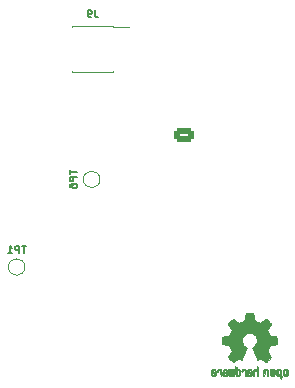
<source format=gbr>
%TF.GenerationSoftware,KiCad,Pcbnew,8.0.6*%
%TF.CreationDate,2024-11-05T15:00:17+00:00*%
%TF.ProjectId,racer,72616365-722e-46b6-9963-61645f706362,rev?*%
%TF.SameCoordinates,Original*%
%TF.FileFunction,Legend,Bot*%
%TF.FilePolarity,Positive*%
%FSLAX46Y46*%
G04 Gerber Fmt 4.6, Leading zero omitted, Abs format (unit mm)*
G04 Created by KiCad (PCBNEW 8.0.6) date 2024-11-05 15:00:17*
%MOMM*%
%LPD*%
G01*
G04 APERTURE LIST*
G04 Aperture macros list*
%AMRoundRect*
0 Rectangle with rounded corners*
0 $1 Rounding radius*
0 $2 $3 $4 $5 $6 $7 $8 $9 X,Y pos of 4 corners*
0 Add a 4 corners polygon primitive as box body*
4,1,4,$2,$3,$4,$5,$6,$7,$8,$9,$2,$3,0*
0 Add four circle primitives for the rounded corners*
1,1,$1+$1,$2,$3*
1,1,$1+$1,$4,$5*
1,1,$1+$1,$6,$7*
1,1,$1+$1,$8,$9*
0 Add four rect primitives between the rounded corners*
20,1,$1+$1,$2,$3,$4,$5,0*
20,1,$1+$1,$4,$5,$6,$7,0*
20,1,$1+$1,$6,$7,$8,$9,0*
20,1,$1+$1,$8,$9,$2,$3,0*%
G04 Aperture macros list end*
%ADD10C,0.150000*%
%ADD11C,0.010000*%
%ADD12C,0.120000*%
%ADD13C,0.101600*%
%ADD14C,2.700000*%
%ADD15RoundRect,0.250000X0.625000X-0.350000X0.625000X0.350000X-0.625000X0.350000X-0.625000X-0.350000X0*%
%ADD16O,1.750000X1.200000*%
%ADD17O,1.204000X1.904000*%
%ADD18R,1.700000X1.700000*%
%ADD19O,1.700000X1.700000*%
%ADD20C,1.000000*%
%ADD21R,2.400000X0.740000*%
G04 APERTURE END LIST*
D10*
X16033963Y30239910D02*
X16033963Y29877053D01*
X16668963Y30058482D02*
X16033963Y30058482D01*
X16668963Y29665386D02*
X16033963Y29665386D01*
X16033963Y29665386D02*
X16033963Y29423481D01*
X16033963Y29423481D02*
X16064201Y29363005D01*
X16064201Y29363005D02*
X16094439Y29332767D01*
X16094439Y29332767D02*
X16154915Y29302529D01*
X16154915Y29302529D02*
X16245629Y29302529D01*
X16245629Y29302529D02*
X16306105Y29332767D01*
X16306105Y29332767D02*
X16336344Y29363005D01*
X16336344Y29363005D02*
X16366582Y29423481D01*
X16366582Y29423481D02*
X16366582Y29665386D01*
X16033963Y28758243D02*
X16033963Y28879196D01*
X16033963Y28879196D02*
X16064201Y28939672D01*
X16064201Y28939672D02*
X16094439Y28969910D01*
X16094439Y28969910D02*
X16185153Y29030386D01*
X16185153Y29030386D02*
X16306105Y29060624D01*
X16306105Y29060624D02*
X16548010Y29060624D01*
X16548010Y29060624D02*
X16608486Y29030386D01*
X16608486Y29030386D02*
X16638725Y29000148D01*
X16638725Y29000148D02*
X16668963Y28939672D01*
X16668963Y28939672D02*
X16668963Y28818719D01*
X16668963Y28818719D02*
X16638725Y28758243D01*
X16638725Y28758243D02*
X16608486Y28728005D01*
X16608486Y28728005D02*
X16548010Y28697767D01*
X16548010Y28697767D02*
X16396820Y28697767D01*
X16396820Y28697767D02*
X16336344Y28728005D01*
X16336344Y28728005D02*
X16306105Y28758243D01*
X16306105Y28758243D02*
X16275867Y28818719D01*
X16275867Y28818719D02*
X16275867Y28939672D01*
X16275867Y28939672D02*
X16306105Y29000148D01*
X16306105Y29000148D02*
X16336344Y29030386D01*
X16336344Y29030386D02*
X16396820Y29060624D01*
X18189066Y43801637D02*
X18189066Y43348066D01*
X18189066Y43348066D02*
X18219305Y43257352D01*
X18219305Y43257352D02*
X18279781Y43196875D01*
X18279781Y43196875D02*
X18370495Y43166637D01*
X18370495Y43166637D02*
X18430971Y43166637D01*
X17856447Y43166637D02*
X17735495Y43166637D01*
X17735495Y43166637D02*
X17675018Y43196875D01*
X17675018Y43196875D02*
X17644780Y43227114D01*
X17644780Y43227114D02*
X17584304Y43317828D01*
X17584304Y43317828D02*
X17554066Y43438780D01*
X17554066Y43438780D02*
X17554066Y43680685D01*
X17554066Y43680685D02*
X17584304Y43741161D01*
X17584304Y43741161D02*
X17614542Y43771399D01*
X17614542Y43771399D02*
X17675018Y43801637D01*
X17675018Y43801637D02*
X17795971Y43801637D01*
X17795971Y43801637D02*
X17856447Y43771399D01*
X17856447Y43771399D02*
X17886685Y43741161D01*
X17886685Y43741161D02*
X17916923Y43680685D01*
X17916923Y43680685D02*
X17916923Y43529495D01*
X17916923Y43529495D02*
X17886685Y43469018D01*
X17886685Y43469018D02*
X17856447Y43438780D01*
X17856447Y43438780D02*
X17795971Y43408542D01*
X17795971Y43408542D02*
X17675018Y43408542D01*
X17675018Y43408542D02*
X17614542Y43438780D01*
X17614542Y43438780D02*
X17584304Y43469018D01*
X17584304Y43469018D02*
X17554066Y43529495D01*
X12358309Y23818837D02*
X11995452Y23818837D01*
X12176881Y23183837D02*
X12176881Y23818837D01*
X11783785Y23183837D02*
X11783785Y23818837D01*
X11783785Y23818837D02*
X11541880Y23818837D01*
X11541880Y23818837D02*
X11481404Y23788599D01*
X11481404Y23788599D02*
X11451166Y23758361D01*
X11451166Y23758361D02*
X11420928Y23697885D01*
X11420928Y23697885D02*
X11420928Y23607171D01*
X11420928Y23607171D02*
X11451166Y23546695D01*
X11451166Y23546695D02*
X11481404Y23516456D01*
X11481404Y23516456D02*
X11541880Y23486218D01*
X11541880Y23486218D02*
X11783785Y23486218D01*
X10816166Y23183837D02*
X11179023Y23183837D01*
X10997595Y23183837D02*
X10997595Y23818837D01*
X10997595Y23818837D02*
X11058071Y23728123D01*
X11058071Y23728123D02*
X11118547Y23667647D01*
X11118547Y23667647D02*
X11179023Y23637409D01*
D11*
%TO.C,REF\u002A\u002A*%
X28750229Y13390503D02*
X28810153Y13368245D01*
X28835073Y13351520D01*
X28860310Y13327557D01*
X28878312Y13297074D01*
X28890258Y13255577D01*
X28897330Y13198568D01*
X28900708Y13121553D01*
X28901571Y13020035D01*
X28901402Y12967573D01*
X28900553Y12895885D01*
X28899111Y12838675D01*
X28897214Y12800791D01*
X28894997Y12787086D01*
X28880572Y12791619D01*
X28851454Y12803930D01*
X28850581Y12804328D01*
X28835460Y12812244D01*
X28825291Y12823105D01*
X28819091Y12842129D01*
X28815878Y12874531D01*
X28814670Y12925529D01*
X28814486Y13000339D01*
X28814114Y13047796D01*
X28810150Y13136985D01*
X28801073Y13202313D01*
X28785924Y13247207D01*
X28763745Y13275093D01*
X28733575Y13289397D01*
X28729390Y13290394D01*
X28672880Y13291173D01*
X28628810Y13265856D01*
X28598372Y13215098D01*
X28592944Y13200425D01*
X28580571Y13167951D01*
X28574305Y13153028D01*
X28561436Y13155084D01*
X28533333Y13166243D01*
X28507121Y13184673D01*
X28495171Y13219502D01*
X28498736Y13244449D01*
X28520635Y13295053D01*
X28556044Y13342472D01*
X28597452Y13375266D01*
X28614800Y13382848D01*
X28680489Y13395524D01*
X28750229Y13390503D01*
G36*
X28750229Y13390503D02*
G01*
X28810153Y13368245D01*
X28835073Y13351520D01*
X28860310Y13327557D01*
X28878312Y13297074D01*
X28890258Y13255577D01*
X28897330Y13198568D01*
X28900708Y13121553D01*
X28901571Y13020035D01*
X28901402Y12967573D01*
X28900553Y12895885D01*
X28899111Y12838675D01*
X28897214Y12800791D01*
X28894997Y12787086D01*
X28880572Y12791619D01*
X28851454Y12803930D01*
X28850581Y12804328D01*
X28835460Y12812244D01*
X28825291Y12823105D01*
X28819091Y12842129D01*
X28815878Y12874531D01*
X28814670Y12925529D01*
X28814486Y13000339D01*
X28814114Y13047796D01*
X28810150Y13136985D01*
X28801073Y13202313D01*
X28785924Y13247207D01*
X28763745Y13275093D01*
X28733575Y13289397D01*
X28729390Y13290394D01*
X28672880Y13291173D01*
X28628810Y13265856D01*
X28598372Y13215098D01*
X28592944Y13200425D01*
X28580571Y13167951D01*
X28574305Y13153028D01*
X28561436Y13155084D01*
X28533333Y13166243D01*
X28507121Y13184673D01*
X28495171Y13219502D01*
X28498736Y13244449D01*
X28520635Y13295053D01*
X28556044Y13342472D01*
X28597452Y13375266D01*
X28614800Y13382848D01*
X28680489Y13395524D01*
X28750229Y13390503D01*
G37*
X32698420Y13423778D02*
X32766210Y13391920D01*
X32821766Y13336830D01*
X32833281Y13319584D01*
X32842832Y13300038D01*
X32849606Y13275402D01*
X32854219Y13240889D01*
X32857288Y13191711D01*
X32859429Y13123081D01*
X32861259Y13030211D01*
X32865804Y12772593D01*
X32827625Y12787109D01*
X32792668Y12800444D01*
X32766497Y12813277D01*
X32749413Y12829820D01*
X32739486Y12855135D01*
X32734786Y12894284D01*
X32733382Y12952332D01*
X32733343Y13034339D01*
X32733144Y13099705D01*
X32731959Y13162427D01*
X32729129Y13205266D01*
X32724009Y13233380D01*
X32715953Y13251925D01*
X32704314Y13266057D01*
X32675703Y13286000D01*
X32627639Y13293517D01*
X32580088Y13274521D01*
X32576950Y13272089D01*
X32567169Y13260852D01*
X32559953Y13242830D01*
X32554699Y13213574D01*
X32550802Y13168638D01*
X32547656Y13103572D01*
X32544657Y13013930D01*
X32537400Y12773903D01*
X32475714Y12801556D01*
X32414029Y12829209D01*
X32414029Y13048354D01*
X32414284Y13107889D01*
X32416486Y13190708D01*
X32422061Y13252373D01*
X32432341Y13297852D01*
X32448658Y13332116D01*
X32472343Y13360134D01*
X32504728Y13386877D01*
X32551307Y13413820D01*
X32624687Y13431409D01*
X32698420Y13423778D01*
G36*
X32698420Y13423778D02*
G01*
X32766210Y13391920D01*
X32821766Y13336830D01*
X32833281Y13319584D01*
X32842832Y13300038D01*
X32849606Y13275402D01*
X32854219Y13240889D01*
X32857288Y13191711D01*
X32859429Y13123081D01*
X32861259Y13030211D01*
X32865804Y12772593D01*
X32827625Y12787109D01*
X32792668Y12800444D01*
X32766497Y12813277D01*
X32749413Y12829820D01*
X32739486Y12855135D01*
X32734786Y12894284D01*
X32733382Y12952332D01*
X32733343Y13034339D01*
X32733144Y13099705D01*
X32731959Y13162427D01*
X32729129Y13205266D01*
X32724009Y13233380D01*
X32715953Y13251925D01*
X32704314Y13266057D01*
X32675703Y13286000D01*
X32627639Y13293517D01*
X32580088Y13274521D01*
X32576950Y13272089D01*
X32567169Y13260852D01*
X32559953Y13242830D01*
X32554699Y13213574D01*
X32550802Y13168638D01*
X32547656Y13103572D01*
X32544657Y13013930D01*
X32537400Y12773903D01*
X32475714Y12801556D01*
X32414029Y12829209D01*
X32414029Y13048354D01*
X32414284Y13107889D01*
X32416486Y13190708D01*
X32422061Y13252373D01*
X32432341Y13297852D01*
X32448658Y13332116D01*
X32472343Y13360134D01*
X32504728Y13386877D01*
X32551307Y13413820D01*
X32624687Y13431409D01*
X32698420Y13423778D01*
G37*
X30875091Y13375133D02*
X30879673Y13372597D01*
X30917104Y13343543D01*
X30950570Y13306190D01*
X30956407Y13297748D01*
X30967565Y13278047D01*
X30975536Y13254665D01*
X30981018Y13222533D01*
X30984707Y13176581D01*
X30987299Y13111741D01*
X30989492Y13022943D01*
X30989802Y13007931D01*
X30990800Y12910601D01*
X30989394Y12841666D01*
X30985564Y12800652D01*
X30979289Y12787086D01*
X30960298Y12791148D01*
X30928038Y12803456D01*
X30920441Y12807055D01*
X30908576Y12815202D01*
X30900394Y12828596D01*
X30895043Y12851992D01*
X30891669Y12890145D01*
X30889419Y12947810D01*
X30887440Y13029743D01*
X30886898Y13053693D01*
X30884803Y13129334D01*
X30882083Y13182272D01*
X30877915Y13217525D01*
X30871479Y13240113D01*
X30861950Y13255056D01*
X30848506Y13267373D01*
X30808705Y13288966D01*
X30759741Y13293124D01*
X30715929Y13276601D01*
X30684408Y13242390D01*
X30672314Y13193486D01*
X30671978Y13180193D01*
X30665372Y13156128D01*
X30645870Y13152456D01*
X30607683Y13166787D01*
X30598838Y13171383D01*
X30574934Y13198414D01*
X30574461Y13238606D01*
X30597236Y13294191D01*
X30618127Y13324483D01*
X30671542Y13367516D01*
X30737474Y13391845D01*
X30807974Y13395157D01*
X30875091Y13375133D01*
G36*
X30875091Y13375133D02*
G01*
X30879673Y13372597D01*
X30917104Y13343543D01*
X30950570Y13306190D01*
X30956407Y13297748D01*
X30967565Y13278047D01*
X30975536Y13254665D01*
X30981018Y13222533D01*
X30984707Y13176581D01*
X30987299Y13111741D01*
X30989492Y13022943D01*
X30989802Y13007931D01*
X30990800Y12910601D01*
X30989394Y12841666D01*
X30985564Y12800652D01*
X30979289Y12787086D01*
X30960298Y12791148D01*
X30928038Y12803456D01*
X30920441Y12807055D01*
X30908576Y12815202D01*
X30900394Y12828596D01*
X30895043Y12851992D01*
X30891669Y12890145D01*
X30889419Y12947810D01*
X30887440Y13029743D01*
X30886898Y13053693D01*
X30884803Y13129334D01*
X30882083Y13182272D01*
X30877915Y13217525D01*
X30871479Y13240113D01*
X30861950Y13255056D01*
X30848506Y13267373D01*
X30808705Y13288966D01*
X30759741Y13293124D01*
X30715929Y13276601D01*
X30684408Y13242390D01*
X30672314Y13193486D01*
X30671978Y13180193D01*
X30665372Y13156128D01*
X30645870Y13152456D01*
X30607683Y13166787D01*
X30598838Y13171383D01*
X30574934Y13198414D01*
X30574461Y13238606D01*
X30597236Y13294191D01*
X30618127Y13324483D01*
X30671542Y13367516D01*
X30737474Y13391845D01*
X30807974Y13395157D01*
X30875091Y13375133D01*
G37*
X29921341Y13392318D02*
X29953174Y13379842D01*
X29990143Y13362998D01*
X29990143Y12876404D01*
X29944212Y12830473D01*
X29933720Y12820173D01*
X29904655Y12797280D01*
X29875343Y12789865D01*
X29831726Y12793279D01*
X29813968Y12795486D01*
X29768167Y12800155D01*
X29736143Y12802015D01*
X29726644Y12801731D01*
X29687674Y12798652D01*
X29640560Y12793279D01*
X29625485Y12791432D01*
X29587510Y12790707D01*
X29559725Y12802171D01*
X29528074Y12830473D01*
X29482143Y12876404D01*
X29482143Y13136545D01*
X29482501Y13213420D01*
X29483616Y13286714D01*
X29485352Y13344750D01*
X29487567Y13382937D01*
X29490121Y13396686D01*
X29490656Y13396649D01*
X29509208Y13389807D01*
X29540553Y13374732D01*
X29583008Y13352778D01*
X29587004Y13124360D01*
X29591000Y12895943D01*
X29678086Y12895943D01*
X29682057Y13146314D01*
X29683316Y13214373D01*
X29685118Y13287118D01*
X29687071Y13344870D01*
X29689012Y13382952D01*
X29690777Y13396686D01*
X29691285Y13396638D01*
X29708882Y13391585D01*
X29741234Y13380751D01*
X29786943Y13364817D01*
X29787165Y13144894D01*
X29787388Y13106691D01*
X29788931Y13032454D01*
X29791692Y12970455D01*
X29795377Y12926292D01*
X29799692Y12905559D01*
X29815132Y12894469D01*
X29846641Y12891044D01*
X29881286Y12895943D01*
X29885257Y13146314D01*
X29886678Y13209937D01*
X29889625Y13285244D01*
X29893479Y13344314D01*
X29897942Y13382882D01*
X29902717Y13396686D01*
X29921341Y13392318D01*
G36*
X29921341Y13392318D02*
G01*
X29953174Y13379842D01*
X29990143Y13362998D01*
X29990143Y12876404D01*
X29944212Y12830473D01*
X29933720Y12820173D01*
X29904655Y12797280D01*
X29875343Y12789865D01*
X29831726Y12793279D01*
X29813968Y12795486D01*
X29768167Y12800155D01*
X29736143Y12802015D01*
X29726644Y12801731D01*
X29687674Y12798652D01*
X29640560Y12793279D01*
X29625485Y12791432D01*
X29587510Y12790707D01*
X29559725Y12802171D01*
X29528074Y12830473D01*
X29482143Y12876404D01*
X29482143Y13136545D01*
X29482501Y13213420D01*
X29483616Y13286714D01*
X29485352Y13344750D01*
X29487567Y13382937D01*
X29490121Y13396686D01*
X29490656Y13396649D01*
X29509208Y13389807D01*
X29540553Y13374732D01*
X29583008Y13352778D01*
X29587004Y13124360D01*
X29591000Y12895943D01*
X29678086Y12895943D01*
X29682057Y13146314D01*
X29683316Y13214373D01*
X29685118Y13287118D01*
X29687071Y13344870D01*
X29689012Y13382952D01*
X29690777Y13396686D01*
X29691285Y13396638D01*
X29708882Y13391585D01*
X29741234Y13380751D01*
X29786943Y13364817D01*
X29787165Y13144894D01*
X29787388Y13106691D01*
X29788931Y13032454D01*
X29791692Y12970455D01*
X29795377Y12926292D01*
X29799692Y12905559D01*
X29815132Y12894469D01*
X29846641Y12891044D01*
X29881286Y12895943D01*
X29885257Y13146314D01*
X29886678Y13209937D01*
X29889625Y13285244D01*
X29893479Y13344314D01*
X29897942Y13382882D01*
X29902717Y13396686D01*
X29921341Y13392318D01*
G37*
X31945943Y13592156D02*
X31993114Y13572258D01*
X31993114Y13175091D01*
X31992919Y13072102D01*
X31992398Y12979459D01*
X31991599Y12900900D01*
X31990572Y12840161D01*
X31989363Y12800977D01*
X31988023Y12787086D01*
X31987499Y12787132D01*
X31969687Y12792180D01*
X31937223Y12803020D01*
X31891514Y12818954D01*
X31891514Y13023427D01*
X31891224Y13103768D01*
X31889874Y13162038D01*
X31886769Y13201691D01*
X31881212Y13227982D01*
X31872507Y13246164D01*
X31859956Y13261493D01*
X31851399Y13269645D01*
X31805128Y13292225D01*
X31754128Y13290225D01*
X31707393Y13263527D01*
X31700589Y13256902D01*
X31689693Y13243144D01*
X31682236Y13224958D01*
X31677569Y13197423D01*
X31675042Y13155619D01*
X31674002Y13094627D01*
X31673800Y13009527D01*
X31673703Y12966366D01*
X31673074Y12895376D01*
X31671956Y12838524D01*
X31670463Y12800772D01*
X31668709Y12787086D01*
X31668185Y12787132D01*
X31650373Y12792180D01*
X31617909Y12803020D01*
X31572200Y12818954D01*
X31572223Y13024363D01*
X31572257Y13042649D01*
X31574178Y13137974D01*
X31580078Y13210057D01*
X31591401Y13263787D01*
X31609587Y13304051D01*
X31636079Y13335739D01*
X31672318Y13363739D01*
X31707663Y13381267D01*
X31764173Y13394815D01*
X31819756Y13395585D01*
X31862486Y13382405D01*
X31865698Y13380585D01*
X31875605Y13380780D01*
X31882375Y13396028D01*
X31887261Y13430987D01*
X31891514Y13490311D01*
X31898771Y13612053D01*
X31945943Y13592156D01*
G36*
X31945943Y13592156D02*
G01*
X31993114Y13572258D01*
X31993114Y13175091D01*
X31992919Y13072102D01*
X31992398Y12979459D01*
X31991599Y12900900D01*
X31990572Y12840161D01*
X31989363Y12800977D01*
X31988023Y12787086D01*
X31987499Y12787132D01*
X31969687Y12792180D01*
X31937223Y12803020D01*
X31891514Y12818954D01*
X31891514Y13023427D01*
X31891224Y13103768D01*
X31889874Y13162038D01*
X31886769Y13201691D01*
X31881212Y13227982D01*
X31872507Y13246164D01*
X31859956Y13261493D01*
X31851399Y13269645D01*
X31805128Y13292225D01*
X31754128Y13290225D01*
X31707393Y13263527D01*
X31700589Y13256902D01*
X31689693Y13243144D01*
X31682236Y13224958D01*
X31677569Y13197423D01*
X31675042Y13155619D01*
X31674002Y13094627D01*
X31673800Y13009527D01*
X31673703Y12966366D01*
X31673074Y12895376D01*
X31671956Y12838524D01*
X31670463Y12800772D01*
X31668709Y12787086D01*
X31668185Y12787132D01*
X31650373Y12792180D01*
X31617909Y12803020D01*
X31572200Y12818954D01*
X31572223Y13024363D01*
X31572257Y13042649D01*
X31574178Y13137974D01*
X31580078Y13210057D01*
X31591401Y13263787D01*
X31609587Y13304051D01*
X31636079Y13335739D01*
X31672318Y13363739D01*
X31707663Y13381267D01*
X31764173Y13394815D01*
X31819756Y13395585D01*
X31862486Y13382405D01*
X31865698Y13380585D01*
X31875605Y13380780D01*
X31882375Y13396028D01*
X31887261Y13430987D01*
X31891514Y13490311D01*
X31898771Y13612053D01*
X31945943Y13592156D01*
G37*
X34533114Y13106400D02*
X34533101Y13090665D01*
X34532314Y13020481D01*
X34529610Y12971578D01*
X34524006Y12937422D01*
X34514519Y12911476D01*
X34500168Y12887203D01*
X34496637Y12882167D01*
X34459278Y12842457D01*
X34416711Y12812508D01*
X34394852Y12802790D01*
X34316308Y12786580D01*
X34238631Y12797065D01*
X34167045Y12832893D01*
X34106774Y12892713D01*
X34101686Y12900727D01*
X34085130Y12947258D01*
X34073973Y13012048D01*
X34068560Y13086873D01*
X34069168Y13156087D01*
X34215648Y13156087D01*
X34216802Y13060201D01*
X34217266Y13054031D01*
X34224029Y13001122D01*
X34236071Y12967571D01*
X34256405Y12944584D01*
X34290497Y12923052D01*
X34324214Y12921920D01*
X34358943Y12946743D01*
X34364984Y12953275D01*
X34376817Y12972821D01*
X34383804Y13001214D01*
X34387127Y13045170D01*
X34387971Y13111408D01*
X34386525Y13173450D01*
X34379307Y13232558D01*
X34364406Y13269914D01*
X34340036Y13289448D01*
X34304408Y13295086D01*
X34290840Y13293965D01*
X34252830Y13273406D01*
X34227712Y13227301D01*
X34215648Y13156087D01*
X34069168Y13156087D01*
X34069233Y13163504D01*
X34076337Y13233718D01*
X34090215Y13289288D01*
X34108049Y13326299D01*
X34158255Y13383867D01*
X34226285Y13419638D01*
X34309558Y13431935D01*
X34331798Y13431269D01*
X34397291Y13417653D01*
X34451087Y13383351D01*
X34500457Y13324262D01*
X34503395Y13319878D01*
X34516687Y13296301D01*
X34525332Y13269651D01*
X34530304Y13233441D01*
X34532574Y13181187D01*
X34533078Y13111408D01*
X34533114Y13106400D01*
G36*
X34533114Y13106400D02*
G01*
X34533101Y13090665D01*
X34532314Y13020481D01*
X34529610Y12971578D01*
X34524006Y12937422D01*
X34514519Y12911476D01*
X34500168Y12887203D01*
X34496637Y12882167D01*
X34459278Y12842457D01*
X34416711Y12812508D01*
X34394852Y12802790D01*
X34316308Y12786580D01*
X34238631Y12797065D01*
X34167045Y12832893D01*
X34106774Y12892713D01*
X34101686Y12900727D01*
X34085130Y12947258D01*
X34073973Y13012048D01*
X34068560Y13086873D01*
X34069168Y13156087D01*
X34215648Y13156087D01*
X34216802Y13060201D01*
X34217266Y13054031D01*
X34224029Y13001122D01*
X34236071Y12967571D01*
X34256405Y12944584D01*
X34290497Y12923052D01*
X34324214Y12921920D01*
X34358943Y12946743D01*
X34364984Y12953275D01*
X34376817Y12972821D01*
X34383804Y13001214D01*
X34387127Y13045170D01*
X34387971Y13111408D01*
X34386525Y13173450D01*
X34379307Y13232558D01*
X34364406Y13269914D01*
X34340036Y13289448D01*
X34304408Y13295086D01*
X34290840Y13293965D01*
X34252830Y13273406D01*
X34227712Y13227301D01*
X34215648Y13156087D01*
X34069168Y13156087D01*
X34069233Y13163504D01*
X34076337Y13233718D01*
X34090215Y13289288D01*
X34108049Y13326299D01*
X34158255Y13383867D01*
X34226285Y13419638D01*
X34309558Y13431935D01*
X34331798Y13431269D01*
X34397291Y13417653D01*
X34451087Y13383351D01*
X34500457Y13324262D01*
X34503395Y13319878D01*
X34516687Y13296301D01*
X34525332Y13269651D01*
X34530304Y13233441D01*
X34532574Y13181187D01*
X34533078Y13111408D01*
X34533114Y13106400D01*
G37*
X28407990Y13088978D02*
X28407707Y13050295D01*
X28404162Y12974079D01*
X28394883Y12918306D01*
X28377775Y12876987D01*
X28350744Y12844133D01*
X28311692Y12813754D01*
X28286845Y12799940D01*
X28247015Y12790635D01*
X28191065Y12791370D01*
X28159785Y12794317D01*
X28122053Y12803317D01*
X28091894Y12822880D01*
X28056808Y12859333D01*
X28052120Y12864657D01*
X28020577Y12905631D01*
X28005528Y12941317D01*
X28001686Y12983634D01*
X28001686Y13045821D01*
X28045142Y13029418D01*
X28076824Y13010244D01*
X28104362Y12965253D01*
X28110111Y12950848D01*
X28142255Y12910054D01*
X28186011Y12889519D01*
X28233654Y12891365D01*
X28277457Y12917714D01*
X28292511Y12934145D01*
X28306163Y12958933D01*
X28301893Y12981456D01*
X28277316Y13004636D01*
X28230051Y13031398D01*
X28157714Y13064666D01*
X28008943Y13129784D01*
X28004995Y13194292D01*
X28006479Y13235380D01*
X28103410Y13235380D01*
X28110768Y13209943D01*
X28144248Y13182786D01*
X28205014Y13151886D01*
X28215069Y13147410D01*
X28263151Y13126583D01*
X28299126Y13111935D01*
X28315844Y13106400D01*
X28318377Y13110474D01*
X28319393Y13135353D01*
X28315769Y13175343D01*
X28306642Y13214448D01*
X28278173Y13263716D01*
X28237078Y13291478D01*
X28187990Y13295236D01*
X28135544Y13272491D01*
X28121009Y13261119D01*
X28103410Y13235380D01*
X28006479Y13235380D01*
X28006738Y13242536D01*
X28028681Y13303504D01*
X28056379Y13337103D01*
X28113805Y13374634D01*
X28181927Y13393594D01*
X28252347Y13392093D01*
X28316667Y13368245D01*
X28330826Y13359087D01*
X28363304Y13330751D01*
X28385516Y13294905D01*
X28399204Y13246216D01*
X28406115Y13179351D01*
X28407028Y13135353D01*
X28407990Y13088978D01*
G36*
X28407990Y13088978D02*
G01*
X28407707Y13050295D01*
X28404162Y12974079D01*
X28394883Y12918306D01*
X28377775Y12876987D01*
X28350744Y12844133D01*
X28311692Y12813754D01*
X28286845Y12799940D01*
X28247015Y12790635D01*
X28191065Y12791370D01*
X28159785Y12794317D01*
X28122053Y12803317D01*
X28091894Y12822880D01*
X28056808Y12859333D01*
X28052120Y12864657D01*
X28020577Y12905631D01*
X28005528Y12941317D01*
X28001686Y12983634D01*
X28001686Y13045821D01*
X28045142Y13029418D01*
X28076824Y13010244D01*
X28104362Y12965253D01*
X28110111Y12950848D01*
X28142255Y12910054D01*
X28186011Y12889519D01*
X28233654Y12891365D01*
X28277457Y12917714D01*
X28292511Y12934145D01*
X28306163Y12958933D01*
X28301893Y12981456D01*
X28277316Y13004636D01*
X28230051Y13031398D01*
X28157714Y13064666D01*
X28008943Y13129784D01*
X28004995Y13194292D01*
X28006479Y13235380D01*
X28103410Y13235380D01*
X28110768Y13209943D01*
X28144248Y13182786D01*
X28205014Y13151886D01*
X28215069Y13147410D01*
X28263151Y13126583D01*
X28299126Y13111935D01*
X28315844Y13106400D01*
X28318377Y13110474D01*
X28319393Y13135353D01*
X28315769Y13175343D01*
X28306642Y13214448D01*
X28278173Y13263716D01*
X28237078Y13291478D01*
X28187990Y13295236D01*
X28135544Y13272491D01*
X28121009Y13261119D01*
X28103410Y13235380D01*
X28006479Y13235380D01*
X28006738Y13242536D01*
X28028681Y13303504D01*
X28056379Y13337103D01*
X28113805Y13374634D01*
X28181927Y13393594D01*
X28252347Y13392093D01*
X28316667Y13368245D01*
X28330826Y13359087D01*
X28363304Y13330751D01*
X28385516Y13294905D01*
X28399204Y13246216D01*
X28406115Y13179351D01*
X28407028Y13135353D01*
X28407990Y13088978D01*
G37*
X30498098Y13091886D02*
X30496937Y13035287D01*
X30488745Y12958138D01*
X30470919Y12900324D01*
X30441375Y12856178D01*
X30398025Y12820032D01*
X30356732Y12799137D01*
X30287387Y12787510D01*
X30218136Y12800223D01*
X30155545Y12835655D01*
X30106179Y12892182D01*
X30100218Y12902605D01*
X30092345Y12920867D01*
X30086506Y12944171D01*
X30082399Y12976515D01*
X30079725Y13021896D01*
X30078181Y13084313D01*
X30078134Y13089852D01*
X30178829Y13089852D01*
X30179172Y13037023D01*
X30181342Y12989238D01*
X30186707Y12958391D01*
X30196617Y12937665D01*
X30212421Y12920244D01*
X30216124Y12916895D01*
X30263699Y12892181D01*
X30314035Y12894710D01*
X30360917Y12924312D01*
X30374877Y12939647D01*
X30386560Y12959978D01*
X30393086Y12988086D01*
X30395924Y13031050D01*
X30396543Y13095953D01*
X30396237Y13145478D01*
X30394122Y13193818D01*
X30388790Y13225013D01*
X30378860Y13245953D01*
X30362950Y13263527D01*
X30353604Y13271441D01*
X30305176Y13292757D01*
X30254440Y13289402D01*
X30210387Y13261493D01*
X30200904Y13250427D01*
X30189339Y13229591D01*
X30182652Y13200494D01*
X30179573Y13156219D01*
X30178829Y13089852D01*
X30078134Y13089852D01*
X30077467Y13167763D01*
X30077283Y13276242D01*
X30077229Y13612999D01*
X30124400Y13593238D01*
X30136872Y13587830D01*
X30156724Y13575615D01*
X30168087Y13557118D01*
X30174333Y13524771D01*
X30178829Y13471007D01*
X30182935Y13422734D01*
X30188363Y13391043D01*
X30196139Y13379217D01*
X30207857Y13382388D01*
X30237718Y13393533D01*
X30291084Y13396296D01*
X30348493Y13385975D01*
X30398025Y13363739D01*
X30425276Y13343157D01*
X30460265Y13303000D01*
X30482674Y13251514D01*
X30494590Y13183032D01*
X30497942Y13095953D01*
X30498098Y13091886D01*
G36*
X30498098Y13091886D02*
G01*
X30496937Y13035287D01*
X30488745Y12958138D01*
X30470919Y12900324D01*
X30441375Y12856178D01*
X30398025Y12820032D01*
X30356732Y12799137D01*
X30287387Y12787510D01*
X30218136Y12800223D01*
X30155545Y12835655D01*
X30106179Y12892182D01*
X30100218Y12902605D01*
X30092345Y12920867D01*
X30086506Y12944171D01*
X30082399Y12976515D01*
X30079725Y13021896D01*
X30078181Y13084313D01*
X30078134Y13089852D01*
X30178829Y13089852D01*
X30179172Y13037023D01*
X30181342Y12989238D01*
X30186707Y12958391D01*
X30196617Y12937665D01*
X30212421Y12920244D01*
X30216124Y12916895D01*
X30263699Y12892181D01*
X30314035Y12894710D01*
X30360917Y12924312D01*
X30374877Y12939647D01*
X30386560Y12959978D01*
X30393086Y12988086D01*
X30395924Y13031050D01*
X30396543Y13095953D01*
X30396237Y13145478D01*
X30394122Y13193818D01*
X30388790Y13225013D01*
X30378860Y13245953D01*
X30362950Y13263527D01*
X30353604Y13271441D01*
X30305176Y13292757D01*
X30254440Y13289402D01*
X30210387Y13261493D01*
X30200904Y13250427D01*
X30189339Y13229591D01*
X30182652Y13200494D01*
X30179573Y13156219D01*
X30178829Y13089852D01*
X30078134Y13089852D01*
X30077467Y13167763D01*
X30077283Y13276242D01*
X30077229Y13612999D01*
X30124400Y13593238D01*
X30136872Y13587830D01*
X30156724Y13575615D01*
X30168087Y13557118D01*
X30174333Y13524771D01*
X30178829Y13471007D01*
X30182935Y13422734D01*
X30188363Y13391043D01*
X30196139Y13379217D01*
X30207857Y13382388D01*
X30237718Y13393533D01*
X30291084Y13396296D01*
X30348493Y13385975D01*
X30398025Y13363739D01*
X30425276Y13343157D01*
X30460265Y13303000D01*
X30482674Y13251514D01*
X30494590Y13183032D01*
X30497942Y13095953D01*
X30498098Y13091886D01*
G37*
X33429699Y13147545D02*
X33425084Y13037522D01*
X33422478Y13014213D01*
X33403060Y12931248D01*
X33367973Y12868152D01*
X33314612Y12819792D01*
X33311596Y12817796D01*
X33243762Y12789415D01*
X33172935Y12786889D01*
X33104689Y12808503D01*
X33044596Y12852538D01*
X32998229Y12917278D01*
X32997450Y12918839D01*
X32982043Y12959042D01*
X32970757Y13004734D01*
X32964770Y13047628D01*
X32965261Y13079440D01*
X32973407Y13091886D01*
X32980644Y13091129D01*
X33015251Y13077365D01*
X33054478Y13052054D01*
X33087848Y13022755D01*
X33104883Y12997028D01*
X33122592Y12962129D01*
X33158885Y12930388D01*
X33201030Y12917714D01*
X33216477Y12921379D01*
X33246969Y12939826D01*
X33273528Y12965434D01*
X33284886Y12988666D01*
X33284882Y12988752D01*
X33271996Y12999421D01*
X33237641Y13018667D01*
X33186993Y13043787D01*
X33125229Y13072076D01*
X33124889Y13072226D01*
X33057788Y13102102D01*
X33012811Y13123627D01*
X32985545Y13140163D01*
X32971578Y13155069D01*
X32966497Y13171707D01*
X32965890Y13193438D01*
X32970112Y13234587D01*
X33113400Y13234587D01*
X33128191Y13221651D01*
X33165044Y13202267D01*
X33166125Y13201719D01*
X33209605Y13181013D01*
X33248502Y13164495D01*
X33273178Y13157507D01*
X33283076Y13166847D01*
X33284886Y13198852D01*
X33277366Y13238685D01*
X33251297Y13274883D01*
X33213554Y13293650D01*
X33171477Y13291755D01*
X33132405Y13265968D01*
X33117047Y13248149D01*
X33113400Y13234587D01*
X32970112Y13234587D01*
X32971233Y13245514D01*
X32997651Y13316265D01*
X33041873Y13371865D01*
X33099097Y13410361D01*
X33164520Y13429803D01*
X33233337Y13428241D01*
X33300747Y13403722D01*
X33361944Y13354298D01*
X33395850Y13305388D01*
X33420206Y13235573D01*
X33424167Y13198852D01*
X33429699Y13147545D01*
G36*
X33429699Y13147545D02*
G01*
X33425084Y13037522D01*
X33422478Y13014213D01*
X33403060Y12931248D01*
X33367973Y12868152D01*
X33314612Y12819792D01*
X33311596Y12817796D01*
X33243762Y12789415D01*
X33172935Y12786889D01*
X33104689Y12808503D01*
X33044596Y12852538D01*
X32998229Y12917278D01*
X32997450Y12918839D01*
X32982043Y12959042D01*
X32970757Y13004734D01*
X32964770Y13047628D01*
X32965261Y13079440D01*
X32973407Y13091886D01*
X32980644Y13091129D01*
X33015251Y13077365D01*
X33054478Y13052054D01*
X33087848Y13022755D01*
X33104883Y12997028D01*
X33122592Y12962129D01*
X33158885Y12930388D01*
X33201030Y12917714D01*
X33216477Y12921379D01*
X33246969Y12939826D01*
X33273528Y12965434D01*
X33284886Y12988666D01*
X33284882Y12988752D01*
X33271996Y12999421D01*
X33237641Y13018667D01*
X33186993Y13043787D01*
X33125229Y13072076D01*
X33124889Y13072226D01*
X33057788Y13102102D01*
X33012811Y13123627D01*
X32985545Y13140163D01*
X32971578Y13155069D01*
X32966497Y13171707D01*
X32965890Y13193438D01*
X32970112Y13234587D01*
X33113400Y13234587D01*
X33128191Y13221651D01*
X33165044Y13202267D01*
X33166125Y13201719D01*
X33209605Y13181013D01*
X33248502Y13164495D01*
X33273178Y13157507D01*
X33283076Y13166847D01*
X33284886Y13198852D01*
X33277366Y13238685D01*
X33251297Y13274883D01*
X33213554Y13293650D01*
X33171477Y13291755D01*
X33132405Y13265968D01*
X33117047Y13248149D01*
X33113400Y13234587D01*
X32970112Y13234587D01*
X32971233Y13245514D01*
X32997651Y13316265D01*
X33041873Y13371865D01*
X33099097Y13410361D01*
X33164520Y13429803D01*
X33233337Y13428241D01*
X33300747Y13403722D01*
X33361944Y13354298D01*
X33395850Y13305388D01*
X33420206Y13235573D01*
X33424167Y13198852D01*
X33429699Y13147545D01*
G37*
X31356883Y13381031D02*
X31406776Y13351939D01*
X31428725Y13329273D01*
X31470904Y13261518D01*
X31485114Y13187650D01*
X31485114Y13136830D01*
X31438399Y13156472D01*
X31406092Y13176292D01*
X31380631Y13217440D01*
X31378016Y13225925D01*
X31349878Y13269149D01*
X31307467Y13292497D01*
X31258770Y13293500D01*
X31211773Y13269686D01*
X31204757Y13263544D01*
X31181293Y13236855D01*
X31177419Y13213586D01*
X31195168Y13190738D01*
X31236579Y13165313D01*
X31303686Y13134312D01*
X31308224Y13132348D01*
X31382722Y13097610D01*
X31433603Y13066837D01*
X31464925Y13036112D01*
X31480743Y13001518D01*
X31485114Y12959138D01*
X31479386Y12912154D01*
X31450462Y12852015D01*
X31399578Y12808812D01*
X31362774Y12795841D01*
X31310834Y12788744D01*
X31260399Y12790260D01*
X31224383Y12800968D01*
X31220558Y12803634D01*
X31210398Y12822263D01*
X31217448Y12855095D01*
X31229697Y12880865D01*
X31249339Y12891594D01*
X31286591Y12891061D01*
X31338308Y12894138D01*
X31372101Y12915388D01*
X31383514Y12954723D01*
X31383504Y12955853D01*
X31376587Y12978687D01*
X31353059Y12999637D01*
X31307314Y13023785D01*
X31245104Y13052859D01*
X31203899Y13068675D01*
X31180112Y13067656D01*
X31168997Y13046763D01*
X31165808Y13002959D01*
X31165800Y12933207D01*
X31165444Y12890148D01*
X31163813Y12836974D01*
X31161161Y12800578D01*
X31157822Y12787086D01*
X31156930Y12787177D01*
X31137637Y12794490D01*
X31105684Y12809922D01*
X31061524Y12832758D01*
X31066771Y13038522D01*
X31067136Y13052168D01*
X31071304Y13147949D01*
X31078668Y13220138D01*
X31090730Y13273542D01*
X31108993Y13312967D01*
X31134960Y13343220D01*
X31170133Y13369107D01*
X31170784Y13369513D01*
X31227656Y13390632D01*
X31293433Y13394200D01*
X31356883Y13381031D01*
G36*
X31356883Y13381031D02*
G01*
X31406776Y13351939D01*
X31428725Y13329273D01*
X31470904Y13261518D01*
X31485114Y13187650D01*
X31485114Y13136830D01*
X31438399Y13156472D01*
X31406092Y13176292D01*
X31380631Y13217440D01*
X31378016Y13225925D01*
X31349878Y13269149D01*
X31307467Y13292497D01*
X31258770Y13293500D01*
X31211773Y13269686D01*
X31204757Y13263544D01*
X31181293Y13236855D01*
X31177419Y13213586D01*
X31195168Y13190738D01*
X31236579Y13165313D01*
X31303686Y13134312D01*
X31308224Y13132348D01*
X31382722Y13097610D01*
X31433603Y13066837D01*
X31464925Y13036112D01*
X31480743Y13001518D01*
X31485114Y12959138D01*
X31479386Y12912154D01*
X31450462Y12852015D01*
X31399578Y12808812D01*
X31362774Y12795841D01*
X31310834Y12788744D01*
X31260399Y12790260D01*
X31224383Y12800968D01*
X31220558Y12803634D01*
X31210398Y12822263D01*
X31217448Y12855095D01*
X31229697Y12880865D01*
X31249339Y12891594D01*
X31286591Y12891061D01*
X31338308Y12894138D01*
X31372101Y12915388D01*
X31383514Y12954723D01*
X31383504Y12955853D01*
X31376587Y12978687D01*
X31353059Y12999637D01*
X31307314Y13023785D01*
X31245104Y13052859D01*
X31203899Y13068675D01*
X31180112Y13067656D01*
X31168997Y13046763D01*
X31165808Y13002959D01*
X31165800Y12933207D01*
X31165444Y12890148D01*
X31163813Y12836974D01*
X31161161Y12800578D01*
X31157822Y12787086D01*
X31156930Y12787177D01*
X31137637Y12794490D01*
X31105684Y12809922D01*
X31061524Y12832758D01*
X31066771Y13038522D01*
X31067136Y13052168D01*
X31071304Y13147949D01*
X31078668Y13220138D01*
X31090730Y13273542D01*
X31108993Y13312967D01*
X31134960Y13343220D01*
X31170133Y13369107D01*
X31170784Y13369513D01*
X31227656Y13390632D01*
X31293433Y13394200D01*
X31356883Y13381031D01*
G37*
X29234895Y13395380D02*
X29265999Y13387479D01*
X29294959Y13367783D01*
X29332231Y13331116D01*
X29356201Y13305222D01*
X29381170Y13271603D01*
X29392431Y13240094D01*
X29395057Y13200115D01*
X29395057Y13134683D01*
X29350435Y13157758D01*
X29315073Y13185876D01*
X29290851Y13223752D01*
X29286691Y13234049D01*
X29254994Y13273963D01*
X29210954Y13293976D01*
X29162931Y13292028D01*
X29119286Y13266057D01*
X29100820Y13244965D01*
X29090063Y13217981D01*
X29101578Y13193966D01*
X29137381Y13169809D01*
X29199490Y13142401D01*
X29208915Y13138615D01*
X29265458Y13113841D01*
X29313980Y13089411D01*
X29344851Y13070114D01*
X29375771Y13035647D01*
X29396327Y12980643D01*
X29394144Y12921617D01*
X29369824Y12865755D01*
X29323968Y12820245D01*
X29286838Y12800873D01*
X29215111Y12787308D01*
X29175252Y12789138D01*
X29138353Y12799032D01*
X29124197Y12819794D01*
X29129491Y12853987D01*
X29131031Y12858508D01*
X29143242Y12882484D01*
X29163574Y12891558D01*
X29202308Y12890951D01*
X29229657Y12890126D01*
X29261657Y12897208D01*
X29283582Y12918381D01*
X29296070Y12944448D01*
X29297462Y12971755D01*
X29297398Y12971915D01*
X29281207Y12986670D01*
X29246555Y13008143D01*
X29201721Y13032142D01*
X29154982Y13054475D01*
X29114617Y13070948D01*
X29088904Y13077371D01*
X29085079Y13071082D01*
X29080264Y13041485D01*
X29076966Y12993153D01*
X29075743Y12932228D01*
X29075458Y12890058D01*
X29074118Y12836947D01*
X29071928Y12800575D01*
X29069169Y12787086D01*
X29054744Y12791619D01*
X29025626Y12803930D01*
X28988657Y12820774D01*
X28988657Y13036879D01*
X28988893Y13092273D01*
X28991129Y13176393D01*
X28996823Y13238800D01*
X29007303Y13284242D01*
X29023897Y13317467D01*
X29047931Y13343222D01*
X29080733Y13366256D01*
X29122524Y13385265D01*
X29199687Y13396686D01*
X29234895Y13395380D01*
G36*
X29234895Y13395380D02*
G01*
X29265999Y13387479D01*
X29294959Y13367783D01*
X29332231Y13331116D01*
X29356201Y13305222D01*
X29381170Y13271603D01*
X29392431Y13240094D01*
X29395057Y13200115D01*
X29395057Y13134683D01*
X29350435Y13157758D01*
X29315073Y13185876D01*
X29290851Y13223752D01*
X29286691Y13234049D01*
X29254994Y13273963D01*
X29210954Y13293976D01*
X29162931Y13292028D01*
X29119286Y13266057D01*
X29100820Y13244965D01*
X29090063Y13217981D01*
X29101578Y13193966D01*
X29137381Y13169809D01*
X29199490Y13142401D01*
X29208915Y13138615D01*
X29265458Y13113841D01*
X29313980Y13089411D01*
X29344851Y13070114D01*
X29375771Y13035647D01*
X29396327Y12980643D01*
X29394144Y12921617D01*
X29369824Y12865755D01*
X29323968Y12820245D01*
X29286838Y12800873D01*
X29215111Y12787308D01*
X29175252Y12789138D01*
X29138353Y12799032D01*
X29124197Y12819794D01*
X29129491Y12853987D01*
X29131031Y12858508D01*
X29143242Y12882484D01*
X29163574Y12891558D01*
X29202308Y12890951D01*
X29229657Y12890126D01*
X29261657Y12897208D01*
X29283582Y12918381D01*
X29296070Y12944448D01*
X29297462Y12971755D01*
X29297398Y12971915D01*
X29281207Y12986670D01*
X29246555Y13008143D01*
X29201721Y13032142D01*
X29154982Y13054475D01*
X29114617Y13070948D01*
X29088904Y13077371D01*
X29085079Y13071082D01*
X29080264Y13041485D01*
X29076966Y12993153D01*
X29075743Y12932228D01*
X29075458Y12890058D01*
X29074118Y12836947D01*
X29071928Y12800575D01*
X29069169Y12787086D01*
X29054744Y12791619D01*
X29025626Y12803930D01*
X28988657Y12820774D01*
X28988657Y13036879D01*
X28988893Y13092273D01*
X28991129Y13176393D01*
X28996823Y13238800D01*
X29007303Y13284242D01*
X29023897Y13317467D01*
X29047931Y13343222D01*
X29080733Y13366256D01*
X29122524Y13385265D01*
X29199687Y13396686D01*
X29234895Y13395380D01*
G37*
X33977215Y13040076D02*
X33978652Y12928600D01*
X33979051Y12896261D01*
X33980329Y12788145D01*
X33980585Y12705414D01*
X33979034Y12645174D01*
X33974890Y12604527D01*
X33967364Y12580577D01*
X33955671Y12570429D01*
X33939024Y12571186D01*
X33916636Y12579952D01*
X33887721Y12593831D01*
X33881542Y12596792D01*
X33855813Y12611289D01*
X33842376Y12628535D01*
X33837234Y12657292D01*
X33836390Y12706317D01*
X33836352Y12794343D01*
X33745676Y12794343D01*
X33689898Y12796785D01*
X33646040Y12806692D01*
X33609618Y12826714D01*
X33606903Y12828671D01*
X33569946Y12861731D01*
X33544226Y12901669D01*
X33528006Y12953943D01*
X33519548Y13024012D01*
X33517483Y13103170D01*
X33662257Y13103170D01*
X33662282Y13089903D01*
X33663661Y13030016D01*
X33668087Y12990868D01*
X33676861Y12965447D01*
X33691286Y12946743D01*
X33692184Y12945850D01*
X33727637Y12921648D01*
X33761996Y12924033D01*
X33800803Y12953340D01*
X33810295Y12963356D01*
X33824276Y12983892D01*
X33832160Y13010603D01*
X33835645Y13051101D01*
X33836429Y13112997D01*
X33835750Y13150470D01*
X33828383Y13218620D01*
X33811568Y13263270D01*
X33783634Y13287674D01*
X33742909Y13295086D01*
X33725750Y13293506D01*
X33696060Y13277834D01*
X33676431Y13242909D01*
X33665588Y13185699D01*
X33662257Y13103170D01*
X33517483Y13103170D01*
X33517114Y13117333D01*
X33517653Y13185431D01*
X33520107Y13237013D01*
X33525558Y13272784D01*
X33535086Y13299585D01*
X33549771Y13324262D01*
X33563252Y13343120D01*
X33612199Y13394032D01*
X33667656Y13421682D01*
X33737328Y13430435D01*
X33817064Y13421710D01*
X33885995Y13390415D01*
X33940513Y13335219D01*
X33944623Y13329376D01*
X33954208Y13313847D01*
X33961551Y13296102D01*
X33967012Y13272310D01*
X33970950Y13238642D01*
X33973723Y13191267D01*
X33975692Y13126355D01*
X33975928Y13112997D01*
X33977215Y13040076D01*
G36*
X33977215Y13040076D02*
G01*
X33978652Y12928600D01*
X33979051Y12896261D01*
X33980329Y12788145D01*
X33980585Y12705414D01*
X33979034Y12645174D01*
X33974890Y12604527D01*
X33967364Y12580577D01*
X33955671Y12570429D01*
X33939024Y12571186D01*
X33916636Y12579952D01*
X33887721Y12593831D01*
X33881542Y12596792D01*
X33855813Y12611289D01*
X33842376Y12628535D01*
X33837234Y12657292D01*
X33836390Y12706317D01*
X33836352Y12794343D01*
X33745676Y12794343D01*
X33689898Y12796785D01*
X33646040Y12806692D01*
X33609618Y12826714D01*
X33606903Y12828671D01*
X33569946Y12861731D01*
X33544226Y12901669D01*
X33528006Y12953943D01*
X33519548Y13024012D01*
X33517483Y13103170D01*
X33662257Y13103170D01*
X33662282Y13089903D01*
X33663661Y13030016D01*
X33668087Y12990868D01*
X33676861Y12965447D01*
X33691286Y12946743D01*
X33692184Y12945850D01*
X33727637Y12921648D01*
X33761996Y12924033D01*
X33800803Y12953340D01*
X33810295Y12963356D01*
X33824276Y12983892D01*
X33832160Y13010603D01*
X33835645Y13051101D01*
X33836429Y13112997D01*
X33835750Y13150470D01*
X33828383Y13218620D01*
X33811568Y13263270D01*
X33783634Y13287674D01*
X33742909Y13295086D01*
X33725750Y13293506D01*
X33696060Y13277834D01*
X33676431Y13242909D01*
X33665588Y13185699D01*
X33662257Y13103170D01*
X33517483Y13103170D01*
X33517114Y13117333D01*
X33517653Y13185431D01*
X33520107Y13237013D01*
X33525558Y13272784D01*
X33535086Y13299585D01*
X33549771Y13324262D01*
X33563252Y13343120D01*
X33612199Y13394032D01*
X33667656Y13421682D01*
X33737328Y13430435D01*
X33817064Y13421710D01*
X33885995Y13390415D01*
X33940513Y13335219D01*
X33944623Y13329376D01*
X33954208Y13313847D01*
X33961551Y13296102D01*
X33967012Y13272310D01*
X33970950Y13238642D01*
X33973723Y13191267D01*
X33975692Y13126355D01*
X33975928Y13112997D01*
X33977215Y13040076D01*
G37*
X31381333Y18099229D02*
X31457256Y18098735D01*
X31511891Y18097465D01*
X31548900Y18095053D01*
X31571947Y18091133D01*
X31584696Y18085338D01*
X31590811Y18077301D01*
X31593956Y18066657D01*
X31594046Y18066275D01*
X31599214Y18041253D01*
X31608609Y17992919D01*
X31621267Y17926340D01*
X31636225Y17846586D01*
X31652519Y17758725D01*
X31653848Y17751536D01*
X31670091Y17666260D01*
X31685205Y17591358D01*
X31698208Y17531381D01*
X31708115Y17490883D01*
X31713944Y17474416D01*
X31713975Y17474390D01*
X31732343Y17465280D01*
X31770040Y17450143D01*
X31818943Y17432242D01*
X31821697Y17431270D01*
X31884217Y17407641D01*
X31956943Y17378005D01*
X32024694Y17348538D01*
X32136103Y17297974D01*
X32382799Y17466440D01*
X32400175Y17478289D01*
X32474602Y17528653D01*
X32541014Y17572988D01*
X32595439Y17608684D01*
X32633906Y17633129D01*
X32652442Y17643711D01*
X32665143Y17641285D01*
X32693979Y17622490D01*
X32738543Y17585270D01*
X32800070Y17528580D01*
X32879798Y17451373D01*
X32886932Y17444345D01*
X32950196Y17381378D01*
X33006390Y17324332D01*
X33052077Y17276783D01*
X33083814Y17242303D01*
X33098164Y17224469D01*
X33098210Y17224383D01*
X33100033Y17210805D01*
X33093310Y17188780D01*
X33076346Y17155296D01*
X33047444Y17107339D01*
X33004908Y17041896D01*
X32947044Y16955955D01*
X32937183Y16941449D01*
X32887313Y16867965D01*
X32843305Y16802913D01*
X32807780Y16750183D01*
X32783359Y16713664D01*
X32772664Y16697244D01*
X32771858Y16693766D01*
X32776918Y16667815D01*
X32792077Y16625441D01*
X32814863Y16573872D01*
X32845829Y16506430D01*
X32880404Y16426405D01*
X32909766Y16353971D01*
X32917045Y16335223D01*
X32936110Y16287354D01*
X32950115Y16254004D01*
X32956441Y16241486D01*
X32963425Y16240550D01*
X32994813Y16235139D01*
X33046187Y16225794D01*
X33112202Y16213531D01*
X33187513Y16199368D01*
X33266775Y16184320D01*
X33344643Y16169405D01*
X33415770Y16155639D01*
X33474812Y16144038D01*
X33516422Y16135620D01*
X33535257Y16131401D01*
X33538380Y16130211D01*
X33545991Y16123795D01*
X33551654Y16110135D01*
X33555651Y16085601D01*
X33558266Y16046562D01*
X33559784Y15989387D01*
X33560486Y15910446D01*
X33560657Y15806108D01*
X33560657Y15488801D01*
X33484457Y15473761D01*
X33475240Y15471958D01*
X33426291Y15462620D01*
X33358605Y15449931D01*
X33279878Y15435327D01*
X33197800Y15420245D01*
X33165478Y15414178D01*
X33093255Y15399419D01*
X33033066Y15385463D01*
X32990440Y15373648D01*
X32970910Y15365313D01*
X32962060Y15351695D01*
X32945948Y15315662D01*
X32929465Y15269028D01*
X32923663Y15251566D01*
X32902306Y15194242D01*
X32874759Y15126399D01*
X32845507Y15059245D01*
X32829863Y15024170D01*
X32807574Y14971778D01*
X32792257Y14932542D01*
X32786562Y14913037D01*
X32786878Y14911564D01*
X32797681Y14890871D01*
X32822038Y14850935D01*
X32857481Y14795628D01*
X32901536Y14728819D01*
X32951732Y14654380D01*
X33116901Y14411977D01*
X32899903Y14194617D01*
X32878916Y14173701D01*
X32814742Y14111095D01*
X32757390Y14057105D01*
X32710220Y14014774D01*
X32676592Y13987143D01*
X32659867Y13977257D01*
X32641703Y13984779D01*
X32603665Y14006373D01*
X32550126Y14039449D01*
X32485284Y14081409D01*
X32413340Y14129657D01*
X32342675Y14177309D01*
X32278926Y14219272D01*
X32226913Y14252435D01*
X32190679Y14274222D01*
X32174267Y14282057D01*
X32173305Y14281986D01*
X32151503Y14274262D01*
X32112840Y14256277D01*
X32065012Y14231587D01*
X32064510Y14231316D01*
X32000987Y14199501D01*
X31957460Y14183958D01*
X31930452Y14183915D01*
X31916490Y14198600D01*
X31910580Y14213056D01*
X31894629Y14251769D01*
X31870060Y14311284D01*
X31838179Y14388435D01*
X31800293Y14480059D01*
X31757710Y14582993D01*
X31711737Y14694074D01*
X31670067Y14795128D01*
X31627668Y14898820D01*
X31590156Y14991481D01*
X31558788Y15069958D01*
X31534825Y15131100D01*
X31519523Y15171757D01*
X31514143Y15188775D01*
X31524418Y15204381D01*
X31552963Y15230438D01*
X31593371Y15260713D01*
X31690379Y15339916D01*
X31777193Y15441125D01*
X31840722Y15552484D01*
X31880577Y15670707D01*
X31896365Y15792505D01*
X31887696Y15914590D01*
X31854178Y16033675D01*
X31795421Y16146471D01*
X31711032Y16249689D01*
X31667031Y16289887D01*
X31561611Y16360962D01*
X31448810Y16407299D01*
X31331925Y16430001D01*
X31214253Y16430172D01*
X31099090Y16408913D01*
X30989735Y16367330D01*
X30889483Y16306524D01*
X30801633Y16227599D01*
X30729480Y16131659D01*
X30676322Y16019805D01*
X30645457Y15893143D01*
X30639792Y15832093D01*
X30647585Y15699824D01*
X30682684Y15574334D01*
X30744049Y15457841D01*
X30830643Y15352561D01*
X30941429Y15260713D01*
X30980331Y15231670D01*
X31009504Y15205328D01*
X31020657Y15188800D01*
X31016210Y15174391D01*
X31001778Y15135785D01*
X30978573Y15076399D01*
X30947852Y14999385D01*
X30910874Y14907897D01*
X30868896Y14805084D01*
X30823178Y14694098D01*
X30781578Y14593528D01*
X30738622Y14489653D01*
X30700229Y14396781D01*
X30667705Y14318075D01*
X30642358Y14256701D01*
X30625495Y14215821D01*
X30618425Y14198600D01*
X30618343Y14198396D01*
X30604198Y14183855D01*
X30577059Y14184021D01*
X30533423Y14199673D01*
X30469788Y14231587D01*
X30464779Y14234274D01*
X30417525Y14258450D01*
X30380211Y14275563D01*
X30360533Y14282057D01*
X30344405Y14274382D01*
X30308359Y14252729D01*
X30256492Y14219672D01*
X30192845Y14177790D01*
X30121460Y14129657D01*
X30051124Y14082469D01*
X29986070Y14040333D01*
X29932220Y14007022D01*
X29893774Y13985131D01*
X29874934Y13977257D01*
X29871725Y13978257D01*
X29849354Y13994016D01*
X29811133Y14026567D01*
X29760421Y14072867D01*
X29700581Y14129874D01*
X29634971Y14194542D01*
X29418048Y14411828D01*
X29587001Y14660347D01*
X29755953Y14908867D01*
X29704583Y15020005D01*
X29704431Y15020334D01*
X29673583Y15091182D01*
X29642061Y15170077D01*
X29616666Y15240000D01*
X29612823Y15251278D01*
X29593447Y15303633D01*
X29575974Y15344317D01*
X29563788Y15365313D01*
X29558826Y15368278D01*
X29529034Y15378225D01*
X29478447Y15391095D01*
X29412594Y15405547D01*
X29337000Y15420245D01*
X29314357Y15424390D01*
X29232438Y15439484D01*
X29156000Y15453701D01*
X29092737Y15465605D01*
X29050343Y15473761D01*
X28974143Y15488801D01*
X28974143Y15806108D01*
X28974160Y15845124D01*
X28974482Y15940308D01*
X28975433Y16011345D01*
X28977296Y16061866D01*
X28980355Y16095502D01*
X28984894Y16115882D01*
X28991195Y16126638D01*
X28999543Y16131401D01*
X29007624Y16133330D01*
X29040572Y16140155D01*
X29093136Y16150578D01*
X29159969Y16163582D01*
X29235728Y16178151D01*
X29315065Y16193267D01*
X29392637Y16207915D01*
X29463098Y16221077D01*
X29521102Y16231737D01*
X29561304Y16238879D01*
X29578359Y16241486D01*
X29579512Y16243059D01*
X29588785Y16263481D01*
X29604832Y16302555D01*
X29625035Y16353971D01*
X29653072Y16423247D01*
X29687586Y16503310D01*
X29719938Y16573872D01*
X29727352Y16589711D01*
X29748155Y16639307D01*
X29760619Y16677562D01*
X29762263Y16697244D01*
X29761415Y16698638D01*
X29747948Y16719180D01*
X29721250Y16759084D01*
X29683939Y16814460D01*
X29638634Y16881423D01*
X29587952Y16956083D01*
X29530845Y17040908D01*
X29488007Y17106800D01*
X29458860Y17155122D01*
X29441717Y17188867D01*
X29434895Y17211028D01*
X29436706Y17224598D01*
X29437315Y17225616D01*
X29453697Y17245390D01*
X29487095Y17281425D01*
X29534071Y17330149D01*
X29591186Y17387988D01*
X29655003Y17451373D01*
X29721202Y17515695D01*
X29786048Y17576153D01*
X29833699Y17616945D01*
X29865390Y17639116D01*
X29882358Y17643711D01*
X29884575Y17642679D01*
X29907924Y17628763D01*
X29950312Y17601570D01*
X30007769Y17563711D01*
X30076323Y17517797D01*
X30152001Y17466440D01*
X30398698Y17297974D01*
X30510106Y17348538D01*
X30513343Y17350003D01*
X30581743Y17379635D01*
X30654307Y17409107D01*
X30715857Y17432242D01*
X30716129Y17432338D01*
X30764995Y17450233D01*
X30802612Y17465347D01*
X30820857Y17474416D01*
X30821152Y17474745D01*
X30827346Y17493318D01*
X30837539Y17535555D01*
X30850748Y17596904D01*
X30865990Y17672811D01*
X30882281Y17758725D01*
X30882849Y17761804D01*
X30899113Y17849472D01*
X30914008Y17928859D01*
X30926571Y17994899D01*
X30935838Y18042521D01*
X30940844Y18066657D01*
X30941164Y18067995D01*
X30944460Y18078327D01*
X30951138Y18086094D01*
X30964862Y18091660D01*
X30989295Y18095393D01*
X31028102Y18097658D01*
X31084946Y18098822D01*
X31163490Y18099252D01*
X31267400Y18099314D01*
X31280456Y18099314D01*
X31381333Y18099229D01*
G36*
X31381333Y18099229D02*
G01*
X31457256Y18098735D01*
X31511891Y18097465D01*
X31548900Y18095053D01*
X31571947Y18091133D01*
X31584696Y18085338D01*
X31590811Y18077301D01*
X31593956Y18066657D01*
X31594046Y18066275D01*
X31599214Y18041253D01*
X31608609Y17992919D01*
X31621267Y17926340D01*
X31636225Y17846586D01*
X31652519Y17758725D01*
X31653848Y17751536D01*
X31670091Y17666260D01*
X31685205Y17591358D01*
X31698208Y17531381D01*
X31708115Y17490883D01*
X31713944Y17474416D01*
X31713975Y17474390D01*
X31732343Y17465280D01*
X31770040Y17450143D01*
X31818943Y17432242D01*
X31821697Y17431270D01*
X31884217Y17407641D01*
X31956943Y17378005D01*
X32024694Y17348538D01*
X32136103Y17297974D01*
X32382799Y17466440D01*
X32400175Y17478289D01*
X32474602Y17528653D01*
X32541014Y17572988D01*
X32595439Y17608684D01*
X32633906Y17633129D01*
X32652442Y17643711D01*
X32665143Y17641285D01*
X32693979Y17622490D01*
X32738543Y17585270D01*
X32800070Y17528580D01*
X32879798Y17451373D01*
X32886932Y17444345D01*
X32950196Y17381378D01*
X33006390Y17324332D01*
X33052077Y17276783D01*
X33083814Y17242303D01*
X33098164Y17224469D01*
X33098210Y17224383D01*
X33100033Y17210805D01*
X33093310Y17188780D01*
X33076346Y17155296D01*
X33047444Y17107339D01*
X33004908Y17041896D01*
X32947044Y16955955D01*
X32937183Y16941449D01*
X32887313Y16867965D01*
X32843305Y16802913D01*
X32807780Y16750183D01*
X32783359Y16713664D01*
X32772664Y16697244D01*
X32771858Y16693766D01*
X32776918Y16667815D01*
X32792077Y16625441D01*
X32814863Y16573872D01*
X32845829Y16506430D01*
X32880404Y16426405D01*
X32909766Y16353971D01*
X32917045Y16335223D01*
X32936110Y16287354D01*
X32950115Y16254004D01*
X32956441Y16241486D01*
X32963425Y16240550D01*
X32994813Y16235139D01*
X33046187Y16225794D01*
X33112202Y16213531D01*
X33187513Y16199368D01*
X33266775Y16184320D01*
X33344643Y16169405D01*
X33415770Y16155639D01*
X33474812Y16144038D01*
X33516422Y16135620D01*
X33535257Y16131401D01*
X33538380Y16130211D01*
X33545991Y16123795D01*
X33551654Y16110135D01*
X33555651Y16085601D01*
X33558266Y16046562D01*
X33559784Y15989387D01*
X33560486Y15910446D01*
X33560657Y15806108D01*
X33560657Y15488801D01*
X33484457Y15473761D01*
X33475240Y15471958D01*
X33426291Y15462620D01*
X33358605Y15449931D01*
X33279878Y15435327D01*
X33197800Y15420245D01*
X33165478Y15414178D01*
X33093255Y15399419D01*
X33033066Y15385463D01*
X32990440Y15373648D01*
X32970910Y15365313D01*
X32962060Y15351695D01*
X32945948Y15315662D01*
X32929465Y15269028D01*
X32923663Y15251566D01*
X32902306Y15194242D01*
X32874759Y15126399D01*
X32845507Y15059245D01*
X32829863Y15024170D01*
X32807574Y14971778D01*
X32792257Y14932542D01*
X32786562Y14913037D01*
X32786878Y14911564D01*
X32797681Y14890871D01*
X32822038Y14850935D01*
X32857481Y14795628D01*
X32901536Y14728819D01*
X32951732Y14654380D01*
X33116901Y14411977D01*
X32899903Y14194617D01*
X32878916Y14173701D01*
X32814742Y14111095D01*
X32757390Y14057105D01*
X32710220Y14014774D01*
X32676592Y13987143D01*
X32659867Y13977257D01*
X32641703Y13984779D01*
X32603665Y14006373D01*
X32550126Y14039449D01*
X32485284Y14081409D01*
X32413340Y14129657D01*
X32342675Y14177309D01*
X32278926Y14219272D01*
X32226913Y14252435D01*
X32190679Y14274222D01*
X32174267Y14282057D01*
X32173305Y14281986D01*
X32151503Y14274262D01*
X32112840Y14256277D01*
X32065012Y14231587D01*
X32064510Y14231316D01*
X32000987Y14199501D01*
X31957460Y14183958D01*
X31930452Y14183915D01*
X31916490Y14198600D01*
X31910580Y14213056D01*
X31894629Y14251769D01*
X31870060Y14311284D01*
X31838179Y14388435D01*
X31800293Y14480059D01*
X31757710Y14582993D01*
X31711737Y14694074D01*
X31670067Y14795128D01*
X31627668Y14898820D01*
X31590156Y14991481D01*
X31558788Y15069958D01*
X31534825Y15131100D01*
X31519523Y15171757D01*
X31514143Y15188775D01*
X31524418Y15204381D01*
X31552963Y15230438D01*
X31593371Y15260713D01*
X31690379Y15339916D01*
X31777193Y15441125D01*
X31840722Y15552484D01*
X31880577Y15670707D01*
X31896365Y15792505D01*
X31887696Y15914590D01*
X31854178Y16033675D01*
X31795421Y16146471D01*
X31711032Y16249689D01*
X31667031Y16289887D01*
X31561611Y16360962D01*
X31448810Y16407299D01*
X31331925Y16430001D01*
X31214253Y16430172D01*
X31099090Y16408913D01*
X30989735Y16367330D01*
X30889483Y16306524D01*
X30801633Y16227599D01*
X30729480Y16131659D01*
X30676322Y16019805D01*
X30645457Y15893143D01*
X30639792Y15832093D01*
X30647585Y15699824D01*
X30682684Y15574334D01*
X30744049Y15457841D01*
X30830643Y15352561D01*
X30941429Y15260713D01*
X30980331Y15231670D01*
X31009504Y15205328D01*
X31020657Y15188800D01*
X31016210Y15174391D01*
X31001778Y15135785D01*
X30978573Y15076399D01*
X30947852Y14999385D01*
X30910874Y14907897D01*
X30868896Y14805084D01*
X30823178Y14694098D01*
X30781578Y14593528D01*
X30738622Y14489653D01*
X30700229Y14396781D01*
X30667705Y14318075D01*
X30642358Y14256701D01*
X30625495Y14215821D01*
X30618425Y14198600D01*
X30618343Y14198396D01*
X30604198Y14183855D01*
X30577059Y14184021D01*
X30533423Y14199673D01*
X30469788Y14231587D01*
X30464779Y14234274D01*
X30417525Y14258450D01*
X30380211Y14275563D01*
X30360533Y14282057D01*
X30344405Y14274382D01*
X30308359Y14252729D01*
X30256492Y14219672D01*
X30192845Y14177790D01*
X30121460Y14129657D01*
X30051124Y14082469D01*
X29986070Y14040333D01*
X29932220Y14007022D01*
X29893774Y13985131D01*
X29874934Y13977257D01*
X29871725Y13978257D01*
X29849354Y13994016D01*
X29811133Y14026567D01*
X29760421Y14072867D01*
X29700581Y14129874D01*
X29634971Y14194542D01*
X29418048Y14411828D01*
X29587001Y14660347D01*
X29755953Y14908867D01*
X29704583Y15020005D01*
X29704431Y15020334D01*
X29673583Y15091182D01*
X29642061Y15170077D01*
X29616666Y15240000D01*
X29612823Y15251278D01*
X29593447Y15303633D01*
X29575974Y15344317D01*
X29563788Y15365313D01*
X29558826Y15368278D01*
X29529034Y15378225D01*
X29478447Y15391095D01*
X29412594Y15405547D01*
X29337000Y15420245D01*
X29314357Y15424390D01*
X29232438Y15439484D01*
X29156000Y15453701D01*
X29092737Y15465605D01*
X29050343Y15473761D01*
X28974143Y15488801D01*
X28974143Y15806108D01*
X28974160Y15845124D01*
X28974482Y15940308D01*
X28975433Y16011345D01*
X28977296Y16061866D01*
X28980355Y16095502D01*
X28984894Y16115882D01*
X28991195Y16126638D01*
X28999543Y16131401D01*
X29007624Y16133330D01*
X29040572Y16140155D01*
X29093136Y16150578D01*
X29159969Y16163582D01*
X29235728Y16178151D01*
X29315065Y16193267D01*
X29392637Y16207915D01*
X29463098Y16221077D01*
X29521102Y16231737D01*
X29561304Y16238879D01*
X29578359Y16241486D01*
X29579512Y16243059D01*
X29588785Y16263481D01*
X29604832Y16302555D01*
X29625035Y16353971D01*
X29653072Y16423247D01*
X29687586Y16503310D01*
X29719938Y16573872D01*
X29727352Y16589711D01*
X29748155Y16639307D01*
X29760619Y16677562D01*
X29762263Y16697244D01*
X29761415Y16698638D01*
X29747948Y16719180D01*
X29721250Y16759084D01*
X29683939Y16814460D01*
X29638634Y16881423D01*
X29587952Y16956083D01*
X29530845Y17040908D01*
X29488007Y17106800D01*
X29458860Y17155122D01*
X29441717Y17188867D01*
X29434895Y17211028D01*
X29436706Y17224598D01*
X29437315Y17225616D01*
X29453697Y17245390D01*
X29487095Y17281425D01*
X29534071Y17330149D01*
X29591186Y17387988D01*
X29655003Y17451373D01*
X29721202Y17515695D01*
X29786048Y17576153D01*
X29833699Y17616945D01*
X29865390Y17639116D01*
X29882358Y17643711D01*
X29884575Y17642679D01*
X29907924Y17628763D01*
X29950312Y17601570D01*
X30007769Y17563711D01*
X30076323Y17517797D01*
X30152001Y17466440D01*
X30398698Y17297974D01*
X30510106Y17348538D01*
X30513343Y17350003D01*
X30581743Y17379635D01*
X30654307Y17409107D01*
X30715857Y17432242D01*
X30716129Y17432338D01*
X30764995Y17450233D01*
X30802612Y17465347D01*
X30820857Y17474416D01*
X30821152Y17474745D01*
X30827346Y17493318D01*
X30837539Y17535555D01*
X30850748Y17596904D01*
X30865990Y17672811D01*
X30882281Y17758725D01*
X30882849Y17761804D01*
X30899113Y17849472D01*
X30914008Y17928859D01*
X30926571Y17994899D01*
X30935838Y18042521D01*
X30940844Y18066657D01*
X30941164Y18067995D01*
X30944460Y18078327D01*
X30951138Y18086094D01*
X30964862Y18091660D01*
X30989295Y18095393D01*
X31028102Y18097658D01*
X31084946Y18098822D01*
X31163490Y18099252D01*
X31267400Y18099314D01*
X31280456Y18099314D01*
X31381333Y18099229D01*
G37*
D12*
%TO.C,TP6*%
X18607000Y29438600D02*
G75*
G02*
X17207000Y29438600I-700000J0D01*
G01*
X17207000Y29438600D02*
G75*
G02*
X18607000Y29438600I700000J0D01*
G01*
%TO.C,J9*%
X16212400Y42452600D02*
X19742400Y42452600D01*
X16212400Y42387600D02*
X16212400Y42452600D01*
X16212400Y38522600D02*
X16212400Y38587600D01*
X16212400Y38522600D02*
X19742400Y38522600D01*
X19742400Y42387600D02*
X19742400Y42452600D01*
X19742400Y42387600D02*
X21067400Y42387600D01*
X19742400Y38522600D02*
X19742400Y38587600D01*
%TO.C,TP1*%
X12257000Y22021800D02*
G75*
G02*
X10857000Y22021800I-700000J0D01*
G01*
X10857000Y22021800D02*
G75*
G02*
X12257000Y22021800I700000J0D01*
G01*
%TD*%
%LPC*%
D13*
G36*
X33979408Y43077527D02*
G01*
X33983415Y43029450D01*
X33995438Y42984886D01*
X34015476Y42943833D01*
X34043530Y42906291D01*
X34079598Y42872261D01*
X34093402Y42861697D01*
X34130951Y42837802D01*
X34172486Y42817957D01*
X34218007Y42802162D01*
X34267515Y42790417D01*
X34321009Y42782722D01*
X34366674Y42779482D01*
X34402598Y42778753D01*
X34450614Y42779709D01*
X34495865Y42782577D01*
X34544198Y42788195D01*
X34588920Y42796310D01*
X34599537Y42798729D01*
X34645945Y42810930D01*
X34690635Y42824813D01*
X34733608Y42840380D01*
X34756740Y42849755D01*
X34756740Y43070578D01*
X34731118Y43070578D01*
X34693677Y43042148D01*
X34654091Y43017218D01*
X34612361Y42995790D01*
X34568487Y42977863D01*
X34523866Y42963709D01*
X34480114Y42953599D01*
X34431931Y42947058D01*
X34395215Y42945510D01*
X34351750Y42947804D01*
X34339195Y42948984D01*
X34295673Y42956758D01*
X34282307Y42961144D01*
X34243673Y42982962D01*
X34238012Y42987851D01*
X34220913Y43028153D01*
X34220641Y43035837D01*
X34236147Y43076942D01*
X34246046Y43086646D01*
X34284299Y43108651D01*
X34320088Y43119650D01*
X34362831Y43129243D01*
X34407438Y43138262D01*
X34428654Y43142232D01*
X34473870Y43151808D01*
X34516720Y43163248D01*
X34535700Y43169156D01*
X34582866Y43186552D01*
X34623861Y43206442D01*
X34663155Y43232226D01*
X34697726Y43265127D01*
X34700937Y43269037D01*
X34725288Y43306878D01*
X34741670Y43349563D01*
X34750082Y43397091D01*
X34751312Y43425589D01*
X34747312Y43471026D01*
X34735312Y43513212D01*
X34715312Y43552145D01*
X34687312Y43587827D01*
X34651312Y43620257D01*
X34637535Y43630344D01*
X34600326Y43653239D01*
X34559948Y43672252D01*
X34516400Y43687386D01*
X34469681Y43698639D01*
X34419793Y43706012D01*
X34366735Y43709504D01*
X34344624Y43709815D01*
X34299827Y43708756D01*
X34255328Y43705581D01*
X34211128Y43700288D01*
X34167227Y43692878D01*
X34119756Y43682665D01*
X34076029Y43671077D01*
X34031835Y43656590D01*
X34015452Y43650320D01*
X34015452Y43445782D01*
X34040422Y43445782D01*
X34077173Y43470366D01*
X34118759Y43492279D01*
X34160320Y43509716D01*
X34175044Y43515047D01*
X34220143Y43528587D01*
X34265791Y43537696D01*
X34311989Y43542373D01*
X34337893Y43543057D01*
X34381740Y43540859D01*
X34396301Y43539149D01*
X34440231Y43528934D01*
X34452104Y43524601D01*
X34489866Y43500976D01*
X34493142Y43497677D01*
X34510078Y43456422D01*
X34495945Y43413758D01*
X34482720Y43401704D01*
X34442930Y43383628D01*
X34397058Y43371140D01*
X34378713Y43367180D01*
X34335764Y43358334D01*
X34291406Y43349040D01*
X34282741Y43347204D01*
X34237856Y43336626D01*
X34193208Y43323825D01*
X34183295Y43320714D01*
X34140220Y43304731D01*
X34097405Y43283615D01*
X34057412Y43256226D01*
X34029131Y43228650D01*
X34002910Y43188888D01*
X33987614Y43147301D01*
X33980185Y43100217D01*
X33979408Y43077527D01*
G37*
G36*
X33396843Y42785484D02*
G01*
X33440403Y42775593D01*
X33471971Y42770502D01*
X33516103Y42766268D01*
X33561932Y42764879D01*
X33569029Y42764857D01*
X33614845Y42766696D01*
X33662470Y42773493D01*
X33709215Y42787393D01*
X33747762Y42807834D01*
X33760105Y42817185D01*
X33790333Y42852634D01*
X33808898Y42894035D01*
X33818730Y42937897D01*
X33822578Y42988887D01*
X33822639Y42996753D01*
X33822639Y43320714D01*
X33912965Y43320714D01*
X33912965Y43473575D01*
X33822639Y43473575D01*
X33822639Y43668125D01*
X33602684Y43668125D01*
X33602684Y43473575D01*
X33396843Y43473575D01*
X33396843Y43320714D01*
X33602684Y43320714D01*
X33602684Y43076224D01*
X33602403Y43032559D01*
X33602033Y43012821D01*
X33594409Y42969860D01*
X33592262Y42964401D01*
X33563424Y42931107D01*
X33562080Y42930311D01*
X33518396Y42918505D01*
X33498895Y42917717D01*
X33455675Y42926887D01*
X33453949Y42927488D01*
X33415082Y42945510D01*
X33396843Y42945510D01*
X33396843Y42785484D01*
G37*
G36*
X32585855Y42792649D02*
G01*
X32805593Y42792649D01*
X32805593Y42859960D01*
X32842730Y42832989D01*
X32881279Y42808414D01*
X32917416Y42789175D01*
X32961783Y42773430D01*
X33008525Y42766020D01*
X33038358Y42764857D01*
X33085547Y42767994D01*
X33133370Y42779265D01*
X33174680Y42798732D01*
X33209475Y42826396D01*
X33213367Y42830430D01*
X33240155Y42867234D01*
X33259290Y42911855D01*
X33269754Y42957310D01*
X33274060Y43001035D01*
X33274598Y43024546D01*
X33274598Y43473575D01*
X33053557Y43473575D01*
X33053557Y43132678D01*
X33052842Y43087796D01*
X33050300Y43046042D01*
X33040820Y43002584D01*
X33034667Y42988937D01*
X33003785Y42957994D01*
X32999492Y42955933D01*
X32956135Y42946335D01*
X32933918Y42945510D01*
X32890313Y42950895D01*
X32871601Y42955933D01*
X32829735Y42972777D01*
X32805593Y42986548D01*
X32805593Y43473575D01*
X32585855Y43473575D01*
X32585855Y42792649D01*
G37*
G36*
X32025872Y42764857D02*
G01*
X32069841Y42766227D01*
X32116971Y42771046D01*
X32161627Y42779334D01*
X32190024Y42786787D01*
X32234434Y42802669D01*
X32275112Y42823173D01*
X32312059Y42848301D01*
X32319000Y42853881D01*
X32350552Y42884555D01*
X32377354Y42919851D01*
X32399407Y42959771D01*
X32403247Y42968309D01*
X32419049Y43013775D01*
X32428266Y43058647D01*
X32432743Y43107263D01*
X32433212Y43130072D01*
X32431217Y43177163D01*
X32425232Y43220942D01*
X32413730Y43266236D01*
X32401293Y43298567D01*
X32378728Y43340568D01*
X32351200Y43377820D01*
X32318711Y43410322D01*
X32311618Y43416252D01*
X32275223Y43441490D01*
X32235520Y43462104D01*
X32192509Y43478097D01*
X32183510Y43480740D01*
X32137518Y43491618D01*
X32090466Y43498467D01*
X32042353Y43501287D01*
X32032603Y43501368D01*
X31985669Y43499598D01*
X31941301Y43494287D01*
X31903193Y43486386D01*
X31859865Y43474030D01*
X31818796Y43459109D01*
X31792673Y43447736D01*
X31792673Y43265128D01*
X31823722Y43265128D01*
X31854555Y43285973D01*
X31893996Y43307084D01*
X31898850Y43309206D01*
X31941121Y43324123D01*
X31954002Y43327445D01*
X31997346Y43333764D01*
X32023484Y43334611D01*
X32069737Y43330248D01*
X32113596Y43315168D01*
X32149525Y43289315D01*
X32158757Y43279459D01*
X32183719Y43241266D01*
X32198280Y43200293D01*
X32205352Y43153068D01*
X32206092Y43130072D01*
X32203065Y43084258D01*
X32192426Y43039724D01*
X32171621Y42998943D01*
X32157671Y42981989D01*
X32123308Y42955424D01*
X32081014Y42938698D01*
X32036168Y42932057D01*
X32019793Y42931614D01*
X31975747Y42934087D01*
X31945099Y42939431D01*
X31902977Y42952125D01*
X31889731Y42957887D01*
X31853252Y42979166D01*
X31823722Y43001096D01*
X31792673Y43001096D01*
X31792673Y42816968D01*
X31835589Y42799175D01*
X31880011Y42784606D01*
X31901021Y42778970D01*
X31945041Y42770370D01*
X31988344Y42765973D01*
X32025872Y42764857D01*
G37*
G36*
X30923059Y42792649D02*
G01*
X31179058Y42792649D01*
X31371437Y43089252D01*
X31431148Y43017164D01*
X31431148Y42792649D01*
X31651103Y42792649D01*
X31651103Y43751504D01*
X31431148Y43751504D01*
X31431148Y43172847D01*
X31194257Y43473575D01*
X30940864Y43473575D01*
X31187526Y43180013D01*
X30923059Y42792649D01*
G37*
G36*
X30905472Y42792649D02*
G01*
X30669232Y42792649D01*
X30606264Y42973303D01*
X30269275Y42973303D01*
X30206307Y42792649D01*
X29963988Y42792649D01*
X30093098Y43140061D01*
X30325947Y43140061D01*
X30549592Y43140061D01*
X30437770Y43464890D01*
X30325947Y43140061D01*
X30093098Y43140061D01*
X30299674Y43695918D01*
X30569786Y43695918D01*
X30905472Y42792649D01*
G37*
G36*
X29412039Y42785484D02*
G01*
X29455598Y42775593D01*
X29487166Y42770502D01*
X29531298Y42766268D01*
X29577127Y42764879D01*
X29584224Y42764857D01*
X29630041Y42766696D01*
X29677666Y42773493D01*
X29724410Y42787393D01*
X29762958Y42807834D01*
X29775300Y42817185D01*
X29805529Y42852634D01*
X29824094Y42894035D01*
X29833926Y42937897D01*
X29837773Y42988887D01*
X29837834Y42996753D01*
X29837834Y43320714D01*
X29928161Y43320714D01*
X29928161Y43473575D01*
X29837834Y43473575D01*
X29837834Y43668125D01*
X29617880Y43668125D01*
X29617880Y43473575D01*
X29412039Y43473575D01*
X29412039Y43320714D01*
X29617880Y43320714D01*
X29617880Y43076224D01*
X29617599Y43032559D01*
X29617228Y43012821D01*
X29609605Y42969860D01*
X29607457Y42964401D01*
X29578620Y42931107D01*
X29577276Y42930311D01*
X29533592Y42918505D01*
X29514090Y42917717D01*
X29470871Y42926887D01*
X29469144Y42927488D01*
X29430278Y42945510D01*
X29412039Y42945510D01*
X29412039Y42785484D01*
G37*
G36*
X29272206Y42792649D02*
G01*
X29037703Y42792649D01*
X29037703Y43084475D01*
X28891790Y43084475D01*
X28861446Y43085143D01*
X28816225Y43088990D01*
X28770250Y43097406D01*
X28725250Y43111833D01*
X28716940Y43115356D01*
X28676864Y43136047D01*
X28639247Y43161870D01*
X28604091Y43192824D01*
X28587590Y43211080D01*
X28561631Y43249617D01*
X28543077Y43290533D01*
X28533672Y43319805D01*
X28524604Y43364375D01*
X28521972Y43403876D01*
X28764117Y43403876D01*
X28765114Y43380093D01*
X28774322Y43336131D01*
X28780103Y43322818D01*
X28806892Y43288579D01*
X28830317Y43272844D01*
X28872031Y43258615D01*
X28882026Y43256884D01*
X28925429Y43252450D01*
X28970609Y43251232D01*
X29037703Y43251232D01*
X29037703Y43529161D01*
X28997317Y43529161D01*
X28993716Y43529159D01*
X28948071Y43528827D01*
X28904601Y43527641D01*
X28876052Y43524184D01*
X28833165Y43511139D01*
X28816609Y43502407D01*
X28784962Y43471404D01*
X28772259Y43448676D01*
X28764117Y43403876D01*
X28521972Y43403876D01*
X28521581Y43409738D01*
X28524422Y43456659D01*
X28534111Y43503178D01*
X28550676Y43544360D01*
X28568982Y43574274D01*
X28599801Y43609190D01*
X28634489Y43636207D01*
X28655198Y43648589D01*
X28697186Y43667725D01*
X28740015Y43680936D01*
X28747558Y43682750D01*
X28792834Y43690636D01*
X28839559Y43694733D01*
X28886145Y43695918D01*
X29272206Y43695918D01*
X29272206Y42792649D01*
G37*
G36*
X27875179Y43251232D02*
G01*
X27894721Y43251232D01*
X27938164Y43261434D01*
X27940101Y43261654D01*
X27983677Y43265006D01*
X27991779Y43265128D01*
X28036128Y43263609D01*
X28074940Y43259049D01*
X28119656Y43249178D01*
X28152456Y43239073D01*
X28152456Y42792649D01*
X28372411Y42792649D01*
X28372411Y43473575D01*
X28152456Y43473575D01*
X28152456Y43372826D01*
X28117281Y43401284D01*
X28080564Y43426843D01*
X28039792Y43448798D01*
X28026086Y43454250D01*
X27983767Y43466762D01*
X27938500Y43473273D01*
X27927074Y43473575D01*
X27901018Y43472924D01*
X27875179Y43470970D01*
X27875179Y43251232D01*
G37*
G36*
X27439523Y43501272D02*
G01*
X27492167Y43497918D01*
X27541015Y43489771D01*
X27586068Y43476832D01*
X27627325Y43459101D01*
X27664787Y43436578D01*
X27704730Y43403224D01*
X27738453Y43363817D01*
X27765198Y43319205D01*
X27782156Y43278050D01*
X27794269Y43233281D01*
X27801537Y43184896D01*
X27803960Y43132895D01*
X27801553Y43081197D01*
X27794333Y43033040D01*
X27782300Y42988424D01*
X27765453Y42947349D01*
X27738883Y42902734D01*
X27705382Y42863217D01*
X27699143Y42857166D01*
X27658441Y42824891D01*
X27620242Y42803279D01*
X27578153Y42786469D01*
X27532173Y42774462D01*
X27482301Y42767258D01*
X27428539Y42764857D01*
X27417462Y42764953D01*
X27364417Y42768315D01*
X27315274Y42776479D01*
X27270032Y42789447D01*
X27228693Y42807217D01*
X27191254Y42829790D01*
X27151478Y42863217D01*
X27117977Y42902734D01*
X27091407Y42947349D01*
X27074561Y42988424D01*
X27062527Y43033040D01*
X27055307Y43081197D01*
X27052962Y43131592D01*
X27280672Y43131592D01*
X27280765Y43119348D01*
X27283332Y43072153D01*
X27291311Y43027152D01*
X27300818Y43000373D01*
X27323447Y42962664D01*
X27332106Y42952689D01*
X27369479Y42927923D01*
X27383226Y42923458D01*
X27426584Y42917717D01*
X27445542Y42918593D01*
X27488684Y42928791D01*
X27501780Y42935251D01*
X27535368Y42964401D01*
X27551018Y42989978D01*
X27565766Y43032146D01*
X27568209Y43042914D01*
X27574468Y43087526D01*
X27576188Y43131592D01*
X27576002Y43147317D01*
X27572818Y43193691D01*
X27564246Y43238204D01*
X27555086Y43265184D01*
X27532328Y43304864D01*
X27522270Y43315516D01*
X27484993Y43339822D01*
X27472182Y43343622D01*
X27428539Y43348507D01*
X27412864Y43347842D01*
X27369262Y43337868D01*
X27355976Y43331625D01*
X27322144Y43301824D01*
X27306707Y43276733D01*
X27291746Y43234947D01*
X27287982Y43218611D01*
X27282229Y43175032D01*
X27280672Y43131592D01*
X27052962Y43131592D01*
X27052901Y43132895D01*
X27055297Y43184536D01*
X27062485Y43232657D01*
X27074465Y43277258D01*
X27091238Y43318339D01*
X27117691Y43362991D01*
X27151044Y43402573D01*
X27163604Y43414536D01*
X27205110Y43445796D01*
X27244083Y43466539D01*
X27287043Y43482458D01*
X27333990Y43493553D01*
X27384922Y43499824D01*
X27428539Y43501368D01*
X27439523Y43501272D01*
G37*
G36*
X26461650Y42785484D02*
G01*
X26505210Y42775593D01*
X26536778Y42770502D01*
X26580910Y42766268D01*
X26626739Y42764879D01*
X26633836Y42764857D01*
X26679652Y42766696D01*
X26727278Y42773493D01*
X26774022Y42787393D01*
X26812570Y42807834D01*
X26824912Y42817185D01*
X26855141Y42852634D01*
X26873706Y42894035D01*
X26883538Y42937897D01*
X26887385Y42988887D01*
X26887446Y42996753D01*
X26887446Y43320714D01*
X26977773Y43320714D01*
X26977773Y43473575D01*
X26887446Y43473575D01*
X26887446Y43668125D01*
X26667491Y43668125D01*
X26667491Y43473575D01*
X26461650Y43473575D01*
X26461650Y43320714D01*
X26667491Y43320714D01*
X26667491Y43076224D01*
X26667211Y43032559D01*
X26666840Y43012821D01*
X26659217Y42969860D01*
X26657069Y42964401D01*
X26628232Y42931107D01*
X26626888Y42930311D01*
X26583204Y42918505D01*
X26563702Y42917717D01*
X26520483Y42926887D01*
X26518756Y42927488D01*
X26479889Y42945510D01*
X26461650Y42945510D01*
X26461650Y42785484D01*
G37*
G36*
X26019480Y43501272D02*
G01*
X26072124Y43497918D01*
X26120973Y43489771D01*
X26166025Y43476832D01*
X26207282Y43459101D01*
X26244744Y43436578D01*
X26284688Y43403224D01*
X26318410Y43363817D01*
X26345156Y43319205D01*
X26362114Y43278050D01*
X26374227Y43233281D01*
X26381495Y43184896D01*
X26383917Y43132895D01*
X26381510Y43081197D01*
X26374290Y43033040D01*
X26362257Y42988424D01*
X26345410Y42947349D01*
X26318840Y42902734D01*
X26285339Y42863217D01*
X26279100Y42857166D01*
X26238398Y42824891D01*
X26200200Y42803279D01*
X26158110Y42786469D01*
X26112130Y42774462D01*
X26062259Y42767258D01*
X26008496Y42764857D01*
X25997419Y42764953D01*
X25944374Y42768315D01*
X25895231Y42776479D01*
X25849990Y42789447D01*
X25808650Y42807217D01*
X25771212Y42829790D01*
X25731436Y42863217D01*
X25697935Y42902734D01*
X25671365Y42947349D01*
X25654518Y42988424D01*
X25642485Y43033040D01*
X25635265Y43081197D01*
X25632919Y43131592D01*
X25860629Y43131592D01*
X25860723Y43119348D01*
X25863289Y43072153D01*
X25871269Y43027152D01*
X25880775Y43000373D01*
X25903404Y42962664D01*
X25912064Y42952689D01*
X25949436Y42927923D01*
X25963183Y42923458D01*
X26006542Y42917717D01*
X26025500Y42918593D01*
X26068642Y42928791D01*
X26081737Y42935251D01*
X26115325Y42964401D01*
X26130975Y42989978D01*
X26145723Y43032146D01*
X26148166Y43042914D01*
X26154426Y43087526D01*
X26156146Y43131592D01*
X26155959Y43147317D01*
X26152775Y43193691D01*
X26144204Y43238204D01*
X26135044Y43265184D01*
X26112285Y43304864D01*
X26102228Y43315516D01*
X26064950Y43339822D01*
X26052140Y43343622D01*
X26008496Y43348507D01*
X25992822Y43347842D01*
X25949219Y43337868D01*
X25935933Y43331625D01*
X25902101Y43301824D01*
X25886665Y43276733D01*
X25871703Y43234947D01*
X25867940Y43218611D01*
X25862187Y43175032D01*
X25860629Y43131592D01*
X25632919Y43131592D01*
X25632858Y43132895D01*
X25635254Y43184536D01*
X25642442Y43232657D01*
X25654423Y43277258D01*
X25671195Y43318339D01*
X25697648Y43362991D01*
X25731002Y43402573D01*
X25743561Y43414536D01*
X25785067Y43445796D01*
X25824041Y43466539D01*
X25867001Y43482458D01*
X25913947Y43493553D01*
X25964880Y43499824D01*
X26008496Y43501368D01*
X26019480Y43501272D01*
G37*
G36*
X25041608Y42785484D02*
G01*
X25085167Y42775593D01*
X25116735Y42770502D01*
X25160867Y42766268D01*
X25206697Y42764879D01*
X25213793Y42764857D01*
X25259610Y42766696D01*
X25307235Y42773493D01*
X25353980Y42787393D01*
X25392527Y42807834D01*
X25404869Y42817185D01*
X25435098Y42852634D01*
X25453663Y42894035D01*
X25463495Y42937897D01*
X25467342Y42988887D01*
X25467403Y42996753D01*
X25467403Y43320714D01*
X25557730Y43320714D01*
X25557730Y43473575D01*
X25467403Y43473575D01*
X25467403Y43668125D01*
X25247449Y43668125D01*
X25247449Y43473575D01*
X25041608Y43473575D01*
X25041608Y43320714D01*
X25247449Y43320714D01*
X25247449Y43076224D01*
X25247168Y43032559D01*
X25246797Y43012821D01*
X25239174Y42969860D01*
X25237027Y42964401D01*
X25208189Y42931107D01*
X25206845Y42930311D01*
X25163161Y42918505D01*
X25143660Y42917717D01*
X25100440Y42926887D01*
X25098713Y42927488D01*
X25059847Y42945510D01*
X25041608Y42945510D01*
X25041608Y42785484D01*
G37*
G36*
X24604304Y43030192D02*
G01*
X24447969Y43473575D01*
X24221935Y43473575D01*
X24603001Y42542514D01*
X24841195Y42542514D01*
X24732629Y42792649D01*
X24999484Y43473575D01*
X24768673Y43473575D01*
X24604304Y43030192D01*
G37*
G36*
X23692771Y43499522D02*
G01*
X23739193Y43489833D01*
X23781157Y43471838D01*
X23810665Y43454474D01*
X23849474Y43428596D01*
X23884512Y43402139D01*
X23884512Y43473575D01*
X24104467Y43473575D01*
X24104467Y42542514D01*
X23884512Y42542514D01*
X23884512Y42812626D01*
X23881840Y42811211D01*
X23842226Y42792432D01*
X23800916Y42777450D01*
X23790385Y42774499D01*
X23746060Y42766935D01*
X23701470Y42764857D01*
X23670162Y42766431D01*
X23625083Y42774695D01*
X23582264Y42790044D01*
X23551925Y42805979D01*
X23514358Y42833103D01*
X23482818Y42863869D01*
X23455782Y42898641D01*
X23432595Y42939366D01*
X23414856Y42981554D01*
X23407349Y43004260D01*
X23397044Y43047053D01*
X23390861Y43092320D01*
X23388800Y43140061D01*
X23388806Y43140278D01*
X23615268Y43140278D01*
X23616313Y43108855D01*
X23622328Y43063916D01*
X23635486Y43021210D01*
X23658043Y42983508D01*
X23663564Y42977224D01*
X23700144Y42949909D01*
X23742527Y42935719D01*
X23788105Y42931614D01*
X23794199Y42931651D01*
X23837611Y42934002D01*
X23842267Y42934544D01*
X23884512Y42945293D01*
X23884512Y43297264D01*
X23863578Y43308653D01*
X23821761Y43324840D01*
X23801303Y43329992D01*
X23757490Y43334611D01*
X23727093Y43332398D01*
X23683831Y43318306D01*
X23649575Y43288362D01*
X23641535Y43275978D01*
X23624951Y43232898D01*
X23617413Y43187802D01*
X23615268Y43140278D01*
X23388806Y43140278D01*
X23389913Y43181058D01*
X23394433Y43229136D01*
X23402432Y43273695D01*
X23416620Y43322519D01*
X23435816Y43366275D01*
X23460019Y43404961D01*
X23483607Y43432735D01*
X23521332Y43463709D01*
X23564543Y43485457D01*
X23613240Y43497979D01*
X23659346Y43501368D01*
X23692771Y43499522D01*
G37*
G36*
X22916970Y43500974D02*
G01*
X22970240Y43496547D01*
X23019747Y43487200D01*
X23065490Y43472934D01*
X23107469Y43453748D01*
X23145684Y43429643D01*
X23180136Y43400619D01*
X23192731Y43387745D01*
X23220662Y43353112D01*
X23243515Y43314981D01*
X23261289Y43273350D01*
X23273985Y43228221D01*
X23281603Y43179593D01*
X23284142Y43127467D01*
X23283713Y43106012D01*
X23278885Y43055104D01*
X23268692Y43008099D01*
X23253134Y42964995D01*
X23232212Y42925792D01*
X23205925Y42890491D01*
X23174274Y42859092D01*
X23137581Y42831944D01*
X23096170Y42809397D01*
X23050041Y42791452D01*
X22999194Y42778108D01*
X22955120Y42770746D01*
X22908026Y42766329D01*
X22857912Y42764857D01*
X22852932Y42764870D01*
X22804620Y42766473D01*
X22759022Y42770748D01*
X22712000Y42778536D01*
X22699549Y42781209D01*
X22656971Y42792269D01*
X22612738Y42806637D01*
X22571515Y42822397D01*
X22571515Y43001096D01*
X22596051Y43001096D01*
X22619484Y42984306D01*
X22657515Y42962881D01*
X22699189Y42944208D01*
X22740461Y42930238D01*
X22786840Y42920848D01*
X22834245Y42917717D01*
X22867275Y42918852D01*
X22914698Y42925386D01*
X22960068Y42939680D01*
X23000568Y42964184D01*
X23010701Y42973259D01*
X23037944Y43008746D01*
X23055137Y43052291D01*
X23062016Y43098371D01*
X22558705Y43098371D01*
X22558705Y43175019D01*
X22559445Y43204007D01*
X22561381Y43223439D01*
X22777356Y43223439D01*
X23062668Y43223439D01*
X23060232Y43243056D01*
X23045714Y43285874D01*
X23016853Y43318760D01*
X23000677Y43328869D01*
X22956819Y43344324D01*
X22912412Y43348507D01*
X22895877Y43348015D01*
X22849914Y43339621D01*
X22811663Y43317023D01*
X22804003Y43308721D01*
X22783856Y43268947D01*
X22777356Y43223439D01*
X22561381Y43223439D01*
X22563970Y43249427D01*
X22574830Y43299160D01*
X22591614Y43343686D01*
X22614321Y43383007D01*
X22642952Y43417121D01*
X22665313Y43436866D01*
X22703728Y43461548D01*
X22747989Y43480306D01*
X22798098Y43493141D01*
X22844323Y43499311D01*
X22894608Y43501368D01*
X22916970Y43500974D01*
G37*
G36*
X34707451Y41299129D02*
G01*
X34386747Y41299129D01*
X34340568Y41299878D01*
X34291252Y41302565D01*
X34245627Y41307206D01*
X34198711Y41314763D01*
X34174189Y41320310D01*
X34131627Y41333287D01*
X34091091Y41350111D01*
X34052581Y41370783D01*
X34030912Y41384859D01*
X33995293Y41412970D01*
X33962605Y41445508D01*
X33932846Y41482471D01*
X33906017Y41523861D01*
X33883428Y41568816D01*
X33866386Y41616285D01*
X33856196Y41658975D01*
X33850081Y41703511D01*
X33848043Y41749895D01*
X33848103Y41751415D01*
X34090579Y41751415D01*
X34090843Y41734694D01*
X34094793Y41687599D01*
X34104742Y41640669D01*
X34120544Y41599423D01*
X34145172Y41560102D01*
X34177857Y41526631D01*
X34214562Y41501279D01*
X34247573Y41486021D01*
X34290992Y41473486D01*
X34326564Y41468855D01*
X34370170Y41466488D01*
X34413672Y41465887D01*
X34472949Y41465887D01*
X34472949Y42035641D01*
X34413672Y42035641D01*
X34390924Y42035482D01*
X34343942Y42033802D01*
X34300329Y42029127D01*
X34267751Y42021414D01*
X34226721Y42005025D01*
X34218022Y42000411D01*
X34179006Y41974084D01*
X34147454Y41942328D01*
X34123366Y41905145D01*
X34115682Y41888778D01*
X34100953Y41844300D01*
X34093173Y41799919D01*
X34090579Y41751415D01*
X33848103Y41751415D01*
X33849944Y41797796D01*
X33855646Y41843299D01*
X33865150Y41886406D01*
X33881042Y41933668D01*
X33902109Y41977667D01*
X33916250Y42001253D01*
X33944000Y42039524D01*
X33975574Y42073971D01*
X34010972Y42104596D01*
X34050193Y42131396D01*
X34057161Y42135596D01*
X34099091Y42156514D01*
X34142509Y42172324D01*
X34185900Y42183942D01*
X34196089Y42186177D01*
X34239238Y42193675D01*
X34286213Y42198866D01*
X34330455Y42201515D01*
X34377628Y42202398D01*
X34707451Y42202398D01*
X34707451Y41299129D01*
G37*
G36*
X32721346Y41299129D02*
G01*
X32954762Y41299129D01*
X32954762Y41902322D01*
X33123257Y41507576D01*
X33285020Y41507576D01*
X33453514Y41902322D01*
X33453514Y41299129D01*
X33674772Y41299129D01*
X33674772Y42202398D01*
X33402271Y42202398D01*
X33197733Y41746638D01*
X32993846Y42202398D01*
X32721346Y42202398D01*
X32721346Y41299129D01*
G37*
G36*
X31911444Y41511919D02*
G01*
X31916005Y41466616D01*
X31929689Y41425325D01*
X31952495Y41388044D01*
X31984424Y41354773D01*
X32006765Y41337562D01*
X32044976Y41315056D01*
X32088118Y41297206D01*
X32136191Y41284013D01*
X32180020Y41276575D01*
X32227272Y41272371D01*
X32267540Y41271337D01*
X32312283Y41272409D01*
X32360055Y41276178D01*
X32405114Y41282661D01*
X32433646Y41288490D01*
X32477331Y41299571D01*
X32518772Y41312594D01*
X32553286Y41326488D01*
X32553286Y41507576D01*
X32533092Y41507576D01*
X32495094Y41483909D01*
X32454571Y41464372D01*
X32433646Y41456116D01*
X32392234Y41442559D01*
X32356130Y41433534D01*
X32311184Y41426532D01*
X32266286Y41424207D01*
X32263197Y41424197D01*
X32219401Y41426121D01*
X32175731Y41434671D01*
X32167442Y41437877D01*
X32136939Y41470235D01*
X32136175Y41478263D01*
X32154631Y41515176D01*
X32195310Y41530589D01*
X32224114Y41537323D01*
X32268358Y41545887D01*
X32290556Y41549483D01*
X32335052Y41557704D01*
X32366335Y41565333D01*
X32410101Y41579447D01*
X32452102Y41599477D01*
X32489787Y41626890D01*
X32505082Y41642632D01*
X32530795Y41681811D01*
X32545835Y41727096D01*
X32550246Y41773563D01*
X32544383Y41821807D01*
X32526795Y41865789D01*
X32497483Y41905511D01*
X32462216Y41936772D01*
X32456445Y41940971D01*
X32418857Y41963699D01*
X32376445Y41981724D01*
X32329209Y41995047D01*
X32286160Y42002558D01*
X32239761Y42006803D01*
X32200229Y42007848D01*
X32152804Y42006321D01*
X32106608Y42001741D01*
X32061642Y41994108D01*
X32052797Y41992214D01*
X32007924Y41981334D01*
X31964288Y41967746D01*
X31942494Y41958993D01*
X31942494Y41785505D01*
X31961384Y41785505D01*
X31999979Y41807011D01*
X32042483Y41825281D01*
X32072990Y41835662D01*
X32116162Y41846665D01*
X32159692Y41853100D01*
X32199578Y41854987D01*
X32242925Y41852327D01*
X32286957Y41841946D01*
X32289253Y41841091D01*
X32323248Y41813651D01*
X32325514Y41801573D01*
X32309012Y41763575D01*
X32268184Y41746475D01*
X32231496Y41737519D01*
X32187476Y41729190D01*
X32159191Y41724274D01*
X32115398Y41715846D01*
X32081241Y41707772D01*
X32036081Y41692730D01*
X31994283Y41671101D01*
X31958493Y41641334D01*
X31953133Y41635250D01*
X31929398Y41598439D01*
X31915515Y41555778D01*
X31911444Y41511919D01*
G37*
G36*
X31451990Y42007454D02*
G01*
X31505261Y42003027D01*
X31554767Y41993680D01*
X31600510Y41979414D01*
X31642489Y41960228D01*
X31680705Y41936123D01*
X31715156Y41907099D01*
X31727751Y41894225D01*
X31755682Y41859592D01*
X31778535Y41821461D01*
X31796310Y41779830D01*
X31809006Y41734701D01*
X31816623Y41686073D01*
X31819163Y41633947D01*
X31818733Y41612492D01*
X31813905Y41561584D01*
X31803712Y41514579D01*
X31788155Y41471475D01*
X31767233Y41432272D01*
X31740946Y41396971D01*
X31709294Y41365572D01*
X31672601Y41338424D01*
X31631190Y41315877D01*
X31585061Y41297932D01*
X31534214Y41284588D01*
X31490140Y41277226D01*
X31443046Y41272809D01*
X31392933Y41271337D01*
X31387952Y41271350D01*
X31339640Y41272953D01*
X31294043Y41277228D01*
X31247020Y41285016D01*
X31234569Y41287689D01*
X31191991Y41298749D01*
X31147759Y41313117D01*
X31106536Y41328877D01*
X31106536Y41507576D01*
X31131072Y41507576D01*
X31154505Y41490786D01*
X31192535Y41469361D01*
X31234209Y41450688D01*
X31275481Y41436718D01*
X31321860Y41427328D01*
X31369265Y41424197D01*
X31402295Y41425332D01*
X31449718Y41431866D01*
X31495088Y41446160D01*
X31535588Y41470664D01*
X31545721Y41479739D01*
X31572965Y41515226D01*
X31590157Y41558771D01*
X31597037Y41604851D01*
X31093725Y41604851D01*
X31093725Y41681499D01*
X31094465Y41710487D01*
X31096401Y41729919D01*
X31312377Y41729919D01*
X31597688Y41729919D01*
X31595253Y41749536D01*
X31580734Y41792354D01*
X31551873Y41825240D01*
X31535698Y41835349D01*
X31491840Y41850804D01*
X31447433Y41854987D01*
X31430897Y41854495D01*
X31384934Y41846101D01*
X31346684Y41823503D01*
X31339023Y41815201D01*
X31318877Y41775427D01*
X31312377Y41729919D01*
X31096401Y41729919D01*
X31098990Y41755907D01*
X31109850Y41805640D01*
X31126634Y41850166D01*
X31149341Y41889487D01*
X31177972Y41923601D01*
X31200333Y41943346D01*
X31238748Y41968028D01*
X31283010Y41986786D01*
X31333119Y41999621D01*
X31379343Y42005791D01*
X31429628Y42007848D01*
X31451990Y42007454D01*
G37*
G36*
X30254293Y41299129D02*
G01*
X30475333Y41299129D01*
X30475333Y41640027D01*
X30476559Y41684029D01*
X30479676Y41722754D01*
X30487293Y41766028D01*
X30494224Y41783768D01*
X30525714Y41814711D01*
X30530051Y41816772D01*
X30573407Y41826370D01*
X30595624Y41827194D01*
X30639147Y41822147D01*
X30656421Y41817423D01*
X30696998Y41800630D01*
X30723298Y41786156D01*
X30723298Y41299129D01*
X30943253Y41299129D01*
X30943253Y41980055D01*
X30723298Y41980055D01*
X30723298Y41912744D01*
X30687102Y41939415D01*
X30648316Y41963904D01*
X30610607Y41983312D01*
X30568378Y41998264D01*
X30522790Y42006314D01*
X30490533Y42007848D01*
X30444307Y42004731D01*
X30397152Y41993535D01*
X30356050Y41974197D01*
X30321000Y41946716D01*
X30317044Y41942708D01*
X30289591Y41906122D01*
X30269981Y41861501D01*
X30259257Y41815868D01*
X30254845Y41771858D01*
X30254293Y41748158D01*
X30254293Y41299129D01*
G37*
G36*
X29461327Y41511919D02*
G01*
X29465889Y41466616D01*
X29479572Y41425325D01*
X29502379Y41388044D01*
X29534308Y41354773D01*
X29556648Y41337562D01*
X29594859Y41315056D01*
X29638002Y41297206D01*
X29686075Y41284013D01*
X29729903Y41276575D01*
X29777156Y41272371D01*
X29817424Y41271337D01*
X29862166Y41272409D01*
X29909939Y41276178D01*
X29954998Y41282661D01*
X29983530Y41288490D01*
X30027215Y41299571D01*
X30068656Y41312594D01*
X30103169Y41326488D01*
X30103169Y41507576D01*
X30082976Y41507576D01*
X30044978Y41483909D01*
X30004455Y41464372D01*
X29983530Y41456116D01*
X29942118Y41442559D01*
X29906014Y41433534D01*
X29861067Y41426532D01*
X29816169Y41424207D01*
X29813081Y41424197D01*
X29769285Y41426121D01*
X29725614Y41434671D01*
X29717326Y41437877D01*
X29686822Y41470235D01*
X29686059Y41478263D01*
X29704515Y41515176D01*
X29745193Y41530589D01*
X29773997Y41537323D01*
X29818241Y41545887D01*
X29840440Y41549483D01*
X29884936Y41557704D01*
X29916219Y41565333D01*
X29959984Y41579447D01*
X30001986Y41599477D01*
X30039670Y41626890D01*
X30054966Y41642632D01*
X30080679Y41681811D01*
X30095719Y41727096D01*
X30100129Y41773563D01*
X30094267Y41821807D01*
X30076679Y41865789D01*
X30047366Y41905511D01*
X30012099Y41936772D01*
X30006328Y41940971D01*
X29968741Y41963699D01*
X29926329Y41981724D01*
X29879093Y41995047D01*
X29836044Y42002558D01*
X29789644Y42006803D01*
X29750113Y42007848D01*
X29702687Y42006321D01*
X29656492Y42001741D01*
X29611526Y41994108D01*
X29602680Y41992214D01*
X29557808Y41981334D01*
X29514172Y41967746D01*
X29492377Y41958993D01*
X29492377Y41785505D01*
X29511268Y41785505D01*
X29549863Y41807011D01*
X29592367Y41825281D01*
X29622874Y41835662D01*
X29666045Y41846665D01*
X29709576Y41853100D01*
X29749461Y41854987D01*
X29792809Y41852327D01*
X29836841Y41841946D01*
X29839137Y41841091D01*
X29873132Y41813651D01*
X29875398Y41801573D01*
X29858896Y41763575D01*
X29818067Y41746475D01*
X29781380Y41737519D01*
X29737360Y41729190D01*
X29709075Y41724274D01*
X29665281Y41715846D01*
X29631125Y41707772D01*
X29585965Y41692730D01*
X29544167Y41671101D01*
X29508377Y41641334D01*
X29503017Y41635250D01*
X29479282Y41598439D01*
X29465399Y41555778D01*
X29461327Y41511919D01*
G37*
G36*
X29004610Y42007752D02*
G01*
X29057253Y42004398D01*
X29106102Y41996251D01*
X29151155Y41983312D01*
X29192412Y41965581D01*
X29229873Y41943058D01*
X29269817Y41909704D01*
X29303540Y41870297D01*
X29330285Y41825685D01*
X29347243Y41784530D01*
X29359356Y41739761D01*
X29366624Y41691376D01*
X29369046Y41639375D01*
X29366640Y41587677D01*
X29359420Y41539520D01*
X29347386Y41494904D01*
X29330539Y41453829D01*
X29303970Y41409214D01*
X29270469Y41369697D01*
X29264230Y41363646D01*
X29223528Y41331371D01*
X29185329Y41309759D01*
X29143240Y41292949D01*
X29097259Y41280942D01*
X29047388Y41273738D01*
X28993625Y41271337D01*
X28982548Y41271433D01*
X28929504Y41274795D01*
X28880361Y41282959D01*
X28835119Y41295927D01*
X28793779Y41313697D01*
X28756341Y41336270D01*
X28716565Y41369697D01*
X28683064Y41409214D01*
X28656494Y41453829D01*
X28639647Y41494904D01*
X28627614Y41539520D01*
X28620394Y41587677D01*
X28618048Y41638072D01*
X28845759Y41638072D01*
X28845852Y41625828D01*
X28848418Y41578633D01*
X28856398Y41533632D01*
X28865904Y41506853D01*
X28888534Y41469144D01*
X28897193Y41459169D01*
X28934565Y41434403D01*
X28948313Y41429938D01*
X28991671Y41424197D01*
X29010629Y41425073D01*
X29053771Y41435271D01*
X29066867Y41441731D01*
X29100454Y41470881D01*
X29116105Y41496458D01*
X29130853Y41538626D01*
X29133295Y41549394D01*
X29139555Y41594006D01*
X29141275Y41638072D01*
X29141088Y41653797D01*
X29137905Y41700171D01*
X29129333Y41744684D01*
X29120173Y41771664D01*
X29097414Y41811344D01*
X29087357Y41821996D01*
X29050080Y41846302D01*
X29037269Y41850102D01*
X28993625Y41854987D01*
X28977951Y41854322D01*
X28934348Y41844348D01*
X28921063Y41838105D01*
X28887231Y41808304D01*
X28871794Y41783213D01*
X28856832Y41741427D01*
X28853069Y41725091D01*
X28847316Y41681512D01*
X28845759Y41638072D01*
X28618048Y41638072D01*
X28617987Y41639375D01*
X28620383Y41691016D01*
X28627572Y41739137D01*
X28639552Y41783738D01*
X28656325Y41824819D01*
X28682777Y41869471D01*
X28716131Y41909053D01*
X28728691Y41921016D01*
X28770197Y41952276D01*
X28809170Y41973019D01*
X28852130Y41988938D01*
X28899076Y42000033D01*
X28950009Y42006304D01*
X28993625Y42007848D01*
X29004610Y42007752D01*
G37*
G36*
X27968111Y41757712D02*
G01*
X27987653Y41757712D01*
X28031096Y41767914D01*
X28033034Y41768134D01*
X28076610Y41771486D01*
X28084711Y41771608D01*
X28129060Y41770089D01*
X28167873Y41765529D01*
X28212589Y41755658D01*
X28245389Y41745553D01*
X28245389Y41299129D01*
X28465343Y41299129D01*
X28465343Y41980055D01*
X28245389Y41980055D01*
X28245389Y41879306D01*
X28210213Y41907764D01*
X28173496Y41933323D01*
X28132725Y41955278D01*
X28119018Y41960730D01*
X28076699Y41973242D01*
X28031433Y41979753D01*
X28020006Y41980055D01*
X27993950Y41979404D01*
X27968111Y41977450D01*
X27968111Y41757712D01*
G37*
G36*
X27250925Y41511919D02*
G01*
X27255486Y41466616D01*
X27269170Y41425325D01*
X27291976Y41388044D01*
X27323905Y41354773D01*
X27346246Y41337562D01*
X27384457Y41315056D01*
X27427599Y41297206D01*
X27475672Y41284013D01*
X27519501Y41276575D01*
X27566753Y41272371D01*
X27607021Y41271337D01*
X27651764Y41272409D01*
X27699536Y41276178D01*
X27744595Y41282661D01*
X27773127Y41288490D01*
X27816812Y41299571D01*
X27858253Y41312594D01*
X27892767Y41326488D01*
X27892767Y41507576D01*
X27872573Y41507576D01*
X27834575Y41483909D01*
X27794052Y41464372D01*
X27773127Y41456116D01*
X27731715Y41442559D01*
X27695611Y41433534D01*
X27650665Y41426532D01*
X27605767Y41424207D01*
X27602678Y41424197D01*
X27558882Y41426121D01*
X27515212Y41434671D01*
X27506923Y41437877D01*
X27476420Y41470235D01*
X27475656Y41478263D01*
X27494113Y41515176D01*
X27534791Y41530589D01*
X27563595Y41537323D01*
X27607839Y41545887D01*
X27630037Y41549483D01*
X27674533Y41557704D01*
X27705816Y41565333D01*
X27749582Y41579447D01*
X27791583Y41599477D01*
X27829268Y41626890D01*
X27844563Y41642632D01*
X27870277Y41681811D01*
X27885316Y41727096D01*
X27889727Y41773563D01*
X27883864Y41821807D01*
X27866277Y41865789D01*
X27836964Y41905511D01*
X27801697Y41936772D01*
X27795926Y41940971D01*
X27758338Y41963699D01*
X27715926Y41981724D01*
X27668690Y41995047D01*
X27625641Y42002558D01*
X27579242Y42006803D01*
X27539710Y42007848D01*
X27492285Y42006321D01*
X27446089Y42001741D01*
X27401123Y41994108D01*
X27392278Y41992214D01*
X27347406Y41981334D01*
X27303769Y41967746D01*
X27281975Y41958993D01*
X27281975Y41785505D01*
X27300865Y41785505D01*
X27339460Y41807011D01*
X27381964Y41825281D01*
X27412471Y41835662D01*
X27455643Y41846665D01*
X27499174Y41853100D01*
X27539059Y41854987D01*
X27582406Y41852327D01*
X27626438Y41841946D01*
X27628734Y41841091D01*
X27662729Y41813651D01*
X27664995Y41801573D01*
X27648493Y41763575D01*
X27607665Y41746475D01*
X27570977Y41737519D01*
X27526957Y41729190D01*
X27498672Y41724274D01*
X27454879Y41715846D01*
X27420722Y41707772D01*
X27375562Y41692730D01*
X27333764Y41671101D01*
X27297975Y41641334D01*
X27292614Y41635250D01*
X27268879Y41598439D01*
X27254996Y41555778D01*
X27250925Y41511919D01*
G37*
D14*
%TO.C,REF\u002A\u002A*%
X18008600Y47599600D03*
%TD*%
D15*
%TO.C,J12*%
X25739000Y33163000D03*
D16*
X25739000Y35163000D03*
%TD*%
D17*
%TO.C,P1*%
X13764000Y12231600D03*
X22304000Y12231600D03*
%TD*%
D18*
%TO.C,J11*%
X14706600Y36144200D03*
D19*
X12166600Y36144200D03*
X9626600Y36144200D03*
X7086600Y36144200D03*
%TD*%
D14*
%TO.C,REF\u002A\u002A*%
X18008600Y2997200D03*
%TD*%
D20*
%TO.C,S1*%
X33858200Y21009400D03*
X33858200Y27809400D03*
%TD*%
%TO.C,TP6*%
X17907000Y29438600D03*
%TD*%
D21*
%TO.C,J9*%
X19927400Y41757600D03*
X16027400Y41757600D03*
X19927400Y40487600D03*
X16027400Y40487600D03*
X19927400Y39217600D03*
X16027400Y39217600D03*
%TD*%
D20*
%TO.C,TP1*%
X11557000Y22021800D03*
%TD*%
%LPD*%
M02*

</source>
